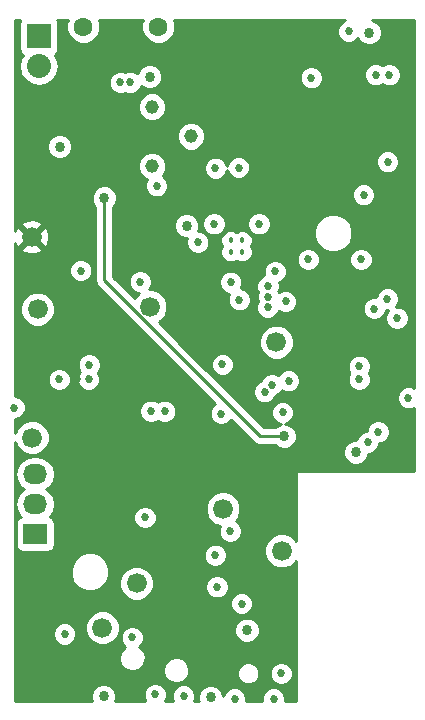
<source format=gbr>
G04 #@! TF.FileFunction,Copper,L3,Inr,Signal*
%FSLAX46Y46*%
G04 Gerber Fmt 4.6, Leading zero omitted, Abs format (unit mm)*
G04 Created by KiCad (PCBNEW 0.201602161416+6560~42~ubuntu15.10.1-product) date Wed 17 Feb 2016 02:58:19 PM EST*
%MOMM*%
G01*
G04 APERTURE LIST*
%ADD10C,0.100000*%
%ADD11R,2.032000X1.727200*%
%ADD12O,2.032000X1.727200*%
%ADD13C,1.680000*%
%ADD14C,1.150000*%
%ADD15R,2.032000X2.032000*%
%ADD16O,2.032000X2.032000*%
%ADD17C,1.600000*%
%ADD18C,0.457000*%
%ADD19C,0.863600*%
%ADD20C,0.685800*%
%ADD21C,0.254000*%
G04 APERTURE END LIST*
D10*
D11*
X126746000Y-133756400D03*
D12*
X126746000Y-131216400D03*
X126746000Y-128676400D03*
D13*
X147167600Y-117500400D03*
X126949200Y-114706400D03*
X142646400Y-131622800D03*
X135331200Y-137922000D03*
X132435600Y-141681200D03*
X147624800Y-135178800D03*
D14*
X139953000Y-100076000D03*
X136653000Y-102576000D03*
X136653000Y-97576000D03*
D15*
X127050800Y-91592400D03*
D16*
X127050800Y-94132400D03*
D17*
X137160000Y-90797000D03*
X130810000Y-90797000D03*
D13*
X126492000Y-125577600D03*
X136448800Y-114503200D03*
X126441200Y-108585000D03*
D18*
X144283400Y-109892800D03*
X143283400Y-109892800D03*
X144283400Y-108892800D03*
X143283400Y-108892800D03*
D19*
X139567000Y-107639200D03*
X136448800Y-95021400D03*
D20*
X148209000Y-120777000D03*
X155778200Y-125095000D03*
X154889200Y-125984000D03*
X134950200Y-142494000D03*
X130606800Y-111455200D03*
X142494000Y-123545600D03*
X142138400Y-138226800D03*
X131267200Y-120650000D03*
X137718800Y-123342400D03*
X124968000Y-123037600D03*
X128778000Y-120650000D03*
X136042400Y-132334000D03*
X139319000Y-147447000D03*
X136906000Y-147320000D03*
X146939000Y-147701000D03*
X143637000Y-147701000D03*
X147574000Y-145542000D03*
X135636000Y-112395000D03*
X146431000Y-114554000D03*
X129235200Y-142214600D03*
X142011400Y-102768400D03*
X143967200Y-102717600D03*
D19*
X153898600Y-126822200D03*
X141605000Y-147574000D03*
X128828800Y-100939600D03*
X144678400Y-141884400D03*
X132537200Y-147497800D03*
D20*
X137033000Y-104267000D03*
D19*
X155016200Y-91287600D03*
X132588000Y-105283000D03*
X147828000Y-125476000D03*
D20*
X144830800Y-131572000D03*
X129616200Y-115443000D03*
X138125200Y-115062000D03*
X130251200Y-120599200D03*
X132892800Y-133756400D03*
X137566400Y-132334000D03*
X145542000Y-111760000D03*
D19*
X140462000Y-144653000D03*
X147370800Y-143078200D03*
X152298400Y-95123000D03*
X146253200Y-123393200D03*
X129032000Y-140843000D03*
D20*
X144221200Y-139649200D03*
X142595600Y-119380000D03*
X136550400Y-123342400D03*
X131318000Y-119430800D03*
X143256000Y-133502400D03*
X141986000Y-135534400D03*
X134797800Y-95504000D03*
X146786335Y-121101162D03*
X133934200Y-95504000D03*
X146175679Y-121711818D03*
X145694400Y-107492800D03*
X150114000Y-95123000D03*
X143304518Y-112422682D03*
X153289000Y-91186000D03*
X144018000Y-113919000D03*
X155575000Y-94869000D03*
X156591000Y-102235000D03*
X156718000Y-94869000D03*
X147955000Y-114046000D03*
X154559000Y-105029000D03*
X146474272Y-113643272D03*
X140524520Y-109030673D03*
X141884400Y-107492800D03*
X146456400Y-112776000D03*
X154330400Y-110490000D03*
X149860000Y-110490000D03*
X147701000Y-123444000D03*
X147066000Y-111506000D03*
X158343600Y-122224800D03*
X155448000Y-114655600D03*
X157378400Y-115468400D03*
X154178000Y-119532400D03*
X154178000Y-120650000D03*
X156565600Y-113842800D03*
D21*
X147828000Y-125476000D02*
X145796000Y-125476000D01*
X145796000Y-125476000D02*
X132588000Y-112268000D01*
X132588000Y-112268000D02*
X132588000Y-111633000D01*
X132588000Y-111633000D02*
X132588000Y-105283000D01*
G36*
X125436643Y-90328635D02*
X125387360Y-90576400D01*
X125387360Y-92608400D01*
X125436643Y-92856165D01*
X125576991Y-93066209D01*
X125719672Y-93161546D01*
X125493130Y-93500590D01*
X125367455Y-94132400D01*
X125493130Y-94764210D01*
X125851022Y-95299833D01*
X126386645Y-95657725D01*
X127018455Y-95783400D01*
X127083145Y-95783400D01*
X127514173Y-95697663D01*
X132956131Y-95697663D01*
X133104693Y-96057212D01*
X133379541Y-96332540D01*
X133738830Y-96481730D01*
X134127863Y-96482069D01*
X134366142Y-96383615D01*
X134602430Y-96481730D01*
X134991463Y-96482069D01*
X135351012Y-96333507D01*
X135626340Y-96058659D01*
X135729317Y-95810662D01*
X135843717Y-95925262D01*
X136235669Y-96088015D01*
X136660069Y-96088385D01*
X137052304Y-95926316D01*
X137352662Y-95626483D01*
X137481310Y-95316663D01*
X149135931Y-95316663D01*
X149284493Y-95676212D01*
X149559341Y-95951540D01*
X149918630Y-96100730D01*
X150307663Y-96101069D01*
X150667212Y-95952507D01*
X150942540Y-95677659D01*
X151091730Y-95318370D01*
X151091952Y-95062663D01*
X154596931Y-95062663D01*
X154745493Y-95422212D01*
X155020341Y-95697540D01*
X155379630Y-95846730D01*
X155768663Y-95847069D01*
X156128212Y-95698507D01*
X156146291Y-95680460D01*
X156163341Y-95697540D01*
X156522630Y-95846730D01*
X156911663Y-95847069D01*
X157271212Y-95698507D01*
X157546540Y-95423659D01*
X157695730Y-95064370D01*
X157696069Y-94675337D01*
X157547507Y-94315788D01*
X157272659Y-94040460D01*
X156913370Y-93891270D01*
X156524337Y-93890931D01*
X156164788Y-94039493D01*
X156146709Y-94057540D01*
X156129659Y-94040460D01*
X155770370Y-93891270D01*
X155381337Y-93890931D01*
X155021788Y-94039493D01*
X154746460Y-94314341D01*
X154597270Y-94673630D01*
X154596931Y-95062663D01*
X151091952Y-95062663D01*
X151092069Y-94929337D01*
X150943507Y-94569788D01*
X150668659Y-94294460D01*
X150309370Y-94145270D01*
X149920337Y-94144931D01*
X149560788Y-94293493D01*
X149285460Y-94568341D01*
X149136270Y-94927630D01*
X149135931Y-95316663D01*
X137481310Y-95316663D01*
X137515415Y-95234531D01*
X137515785Y-94810131D01*
X137353716Y-94417896D01*
X137053883Y-94117538D01*
X136661931Y-93954785D01*
X136237531Y-93954415D01*
X135845296Y-94116484D01*
X135544938Y-94416317D01*
X135412399Y-94735505D01*
X135352459Y-94675460D01*
X134993170Y-94526270D01*
X134604137Y-94525931D01*
X134365858Y-94624385D01*
X134129570Y-94526270D01*
X133740537Y-94525931D01*
X133380988Y-94674493D01*
X133105660Y-94949341D01*
X132956470Y-95308630D01*
X132956131Y-95697663D01*
X127514173Y-95697663D01*
X127714955Y-95657725D01*
X128250578Y-95299833D01*
X128608470Y-94764210D01*
X128734145Y-94132400D01*
X128608470Y-93500590D01*
X128381928Y-93161546D01*
X128524609Y-93066209D01*
X128664957Y-92856165D01*
X128714240Y-92608400D01*
X128714240Y-90576400D01*
X128664957Y-90328635D01*
X128609073Y-90245000D01*
X129485416Y-90245000D01*
X129375250Y-90510309D01*
X129374752Y-91081187D01*
X129592757Y-91608800D01*
X129996077Y-92012824D01*
X130523309Y-92231750D01*
X131094187Y-92232248D01*
X131621800Y-92014243D01*
X132025824Y-91610923D01*
X132244750Y-91083691D01*
X132245248Y-90512813D01*
X132134590Y-90245000D01*
X135835416Y-90245000D01*
X135725250Y-90510309D01*
X135724752Y-91081187D01*
X135942757Y-91608800D01*
X136346077Y-92012824D01*
X136873309Y-92231750D01*
X137444187Y-92232248D01*
X137971800Y-92014243D01*
X138375824Y-91610923D01*
X138594750Y-91083691D01*
X138595248Y-90512813D01*
X138484590Y-90245000D01*
X153005623Y-90245000D01*
X152735788Y-90356493D01*
X152460460Y-90631341D01*
X152311270Y-90990630D01*
X152310931Y-91379663D01*
X152459493Y-91739212D01*
X152734341Y-92014540D01*
X153093630Y-92163730D01*
X153482663Y-92164069D01*
X153842212Y-92015507D01*
X154069101Y-91789014D01*
X154111284Y-91891104D01*
X154411117Y-92191462D01*
X154803069Y-92354215D01*
X155227469Y-92354585D01*
X155619704Y-92192516D01*
X155920062Y-91892683D01*
X156082815Y-91500731D01*
X156083185Y-91076331D01*
X155921116Y-90684096D01*
X155621283Y-90383738D01*
X155287165Y-90245000D01*
X158802000Y-90245000D01*
X158802000Y-121356290D01*
X158538970Y-121247070D01*
X158149937Y-121246731D01*
X157790388Y-121395293D01*
X157515060Y-121670141D01*
X157365870Y-122029430D01*
X157365531Y-122418463D01*
X157514093Y-122778012D01*
X157788941Y-123053340D01*
X158148230Y-123202530D01*
X158537263Y-123202869D01*
X158802000Y-123093482D01*
X158802000Y-128397000D01*
X148971000Y-128397000D01*
X148922399Y-128406667D01*
X148881197Y-128434197D01*
X148853667Y-128475399D01*
X148844000Y-128524000D01*
X148844000Y-134312342D01*
X148461411Y-133929085D01*
X147919483Y-133704057D01*
X147332692Y-133703544D01*
X146790371Y-133927627D01*
X146375085Y-134342189D01*
X146150057Y-134884117D01*
X146149544Y-135470908D01*
X146373627Y-136013229D01*
X146788189Y-136428515D01*
X147330117Y-136653543D01*
X147916908Y-136654056D01*
X148459229Y-136429973D01*
X148844000Y-136045873D01*
X148844000Y-147880000D01*
X147916744Y-147880000D01*
X147917069Y-147507337D01*
X147768507Y-147147788D01*
X147493659Y-146872460D01*
X147134370Y-146723270D01*
X146745337Y-146722931D01*
X146385788Y-146871493D01*
X146110460Y-147146341D01*
X145961270Y-147505630D01*
X145960944Y-147880000D01*
X144614744Y-147880000D01*
X144615069Y-147507337D01*
X144466507Y-147147788D01*
X144191659Y-146872460D01*
X143832370Y-146723270D01*
X143443337Y-146722931D01*
X143083788Y-146871493D01*
X142808460Y-147146341D01*
X142671887Y-147475245D01*
X142671985Y-147362731D01*
X142509916Y-146970496D01*
X142210083Y-146670138D01*
X141818131Y-146507385D01*
X141393731Y-146507015D01*
X141001496Y-146669084D01*
X140701138Y-146968917D01*
X140538385Y-147360869D01*
X140538015Y-147785269D01*
X140577157Y-147880000D01*
X140198057Y-147880000D01*
X140296730Y-147642370D01*
X140297069Y-147253337D01*
X140148507Y-146893788D01*
X139873659Y-146618460D01*
X139514370Y-146469270D01*
X139125337Y-146468931D01*
X138765788Y-146617493D01*
X138490460Y-146892341D01*
X138341270Y-147251630D01*
X138340931Y-147640663D01*
X138439823Y-147880000D01*
X137729190Y-147880000D01*
X137734540Y-147874659D01*
X137883730Y-147515370D01*
X137884069Y-147126337D01*
X137735507Y-146766788D01*
X137460659Y-146491460D01*
X137101370Y-146342270D01*
X136712337Y-146341931D01*
X136352788Y-146490493D01*
X136077460Y-146765341D01*
X135928270Y-147124630D01*
X135927931Y-147513663D01*
X136076493Y-147873212D01*
X136083269Y-147880000D01*
X133533611Y-147880000D01*
X133603815Y-147710931D01*
X133604185Y-147286531D01*
X133442116Y-146894296D01*
X133142283Y-146593938D01*
X132750331Y-146431185D01*
X132325931Y-146430815D01*
X131933696Y-146592884D01*
X131633338Y-146892717D01*
X131470585Y-147284669D01*
X131470215Y-147709069D01*
X131540843Y-147880000D01*
X125043000Y-147880000D01*
X125043000Y-145507824D01*
X137573808Y-145507824D01*
X137742439Y-145915943D01*
X138054415Y-146228463D01*
X138462239Y-146397807D01*
X138903824Y-146398192D01*
X139311943Y-146229561D01*
X139624463Y-145917585D01*
X139703120Y-145728157D01*
X143839837Y-145728157D01*
X143982642Y-146073772D01*
X144246837Y-146338429D01*
X144592202Y-146481837D01*
X144966157Y-146482163D01*
X145311772Y-146339358D01*
X145576429Y-146075163D01*
X145717401Y-145735663D01*
X146595931Y-145735663D01*
X146744493Y-146095212D01*
X147019341Y-146370540D01*
X147378630Y-146519730D01*
X147767663Y-146520069D01*
X148127212Y-146371507D01*
X148402540Y-146096659D01*
X148551730Y-145737370D01*
X148552069Y-145348337D01*
X148403507Y-144988788D01*
X148128659Y-144713460D01*
X147769370Y-144564270D01*
X147380337Y-144563931D01*
X147020788Y-144712493D01*
X146745460Y-144987341D01*
X146596270Y-145346630D01*
X146595931Y-145735663D01*
X145717401Y-145735663D01*
X145719837Y-145729798D01*
X145720163Y-145355843D01*
X145577358Y-145010228D01*
X145313163Y-144745571D01*
X144967798Y-144602163D01*
X144593843Y-144601837D01*
X144248228Y-144744642D01*
X143983571Y-145008837D01*
X143840163Y-145354202D01*
X143839837Y-145728157D01*
X139703120Y-145728157D01*
X139793807Y-145509761D01*
X139794192Y-145068176D01*
X139625561Y-144660057D01*
X139313585Y-144347537D01*
X138905761Y-144178193D01*
X138464176Y-144177808D01*
X138056057Y-144346439D01*
X137743537Y-144658415D01*
X137574193Y-145066239D01*
X137573808Y-145507824D01*
X125043000Y-145507824D01*
X125043000Y-144491824D01*
X133865808Y-144491824D01*
X134034439Y-144899943D01*
X134346415Y-145212463D01*
X134754239Y-145381807D01*
X135195824Y-145382192D01*
X135603943Y-145213561D01*
X135916463Y-144901585D01*
X136085807Y-144493761D01*
X136086192Y-144052176D01*
X135917561Y-143644057D01*
X135605585Y-143331537D01*
X135527746Y-143299215D01*
X135778740Y-143048659D01*
X135927930Y-142689370D01*
X135928269Y-142300337D01*
X135843703Y-142095669D01*
X143611415Y-142095669D01*
X143773484Y-142487904D01*
X144073317Y-142788262D01*
X144465269Y-142951015D01*
X144889669Y-142951385D01*
X145281904Y-142789316D01*
X145582262Y-142489483D01*
X145745015Y-142097531D01*
X145745385Y-141673131D01*
X145583316Y-141280896D01*
X145283483Y-140980538D01*
X144891531Y-140817785D01*
X144467131Y-140817415D01*
X144074896Y-140979484D01*
X143774538Y-141279317D01*
X143611785Y-141671269D01*
X143611415Y-142095669D01*
X135843703Y-142095669D01*
X135779707Y-141940788D01*
X135504859Y-141665460D01*
X135145570Y-141516270D01*
X134756537Y-141515931D01*
X134396988Y-141664493D01*
X134121660Y-141939341D01*
X133972470Y-142298630D01*
X133972131Y-142687663D01*
X134120693Y-143047212D01*
X134387257Y-143314242D01*
X134348057Y-143330439D01*
X134035537Y-143642415D01*
X133866193Y-144050239D01*
X133865808Y-144491824D01*
X125043000Y-144491824D01*
X125043000Y-142408263D01*
X128257131Y-142408263D01*
X128405693Y-142767812D01*
X128680541Y-143043140D01*
X129039830Y-143192330D01*
X129428863Y-143192669D01*
X129788412Y-143044107D01*
X130063740Y-142769259D01*
X130212930Y-142409970D01*
X130213269Y-142020937D01*
X130193590Y-141973308D01*
X130960344Y-141973308D01*
X131184427Y-142515629D01*
X131598989Y-142930915D01*
X132140917Y-143155943D01*
X132727708Y-143156456D01*
X133270029Y-142932373D01*
X133685315Y-142517811D01*
X133910343Y-141975883D01*
X133910856Y-141389092D01*
X133686773Y-140846771D01*
X133272211Y-140431485D01*
X132730283Y-140206457D01*
X132143492Y-140205944D01*
X131601171Y-140430027D01*
X131185885Y-140844589D01*
X130960857Y-141386517D01*
X130960344Y-141973308D01*
X130193590Y-141973308D01*
X130064707Y-141661388D01*
X129789859Y-141386060D01*
X129430570Y-141236870D01*
X129041537Y-141236531D01*
X128681988Y-141385093D01*
X128406660Y-141659941D01*
X128257470Y-142019230D01*
X128257131Y-142408263D01*
X125043000Y-142408263D01*
X125043000Y-139842863D01*
X143243131Y-139842863D01*
X143391693Y-140202412D01*
X143666541Y-140477740D01*
X144025830Y-140626930D01*
X144414863Y-140627269D01*
X144774412Y-140478707D01*
X145049740Y-140203859D01*
X145198930Y-139844570D01*
X145199269Y-139455537D01*
X145050707Y-139095988D01*
X144775859Y-138820660D01*
X144416570Y-138671470D01*
X144027537Y-138671131D01*
X143667988Y-138819693D01*
X143392660Y-139094541D01*
X143243470Y-139453830D01*
X143243131Y-139842863D01*
X125043000Y-139842863D01*
X125043000Y-137266795D01*
X129740716Y-137266795D01*
X129989106Y-137867943D01*
X130448637Y-138328278D01*
X131049352Y-138577716D01*
X131699795Y-138578284D01*
X132300943Y-138329894D01*
X132416931Y-138214108D01*
X133855944Y-138214108D01*
X134080027Y-138756429D01*
X134494589Y-139171715D01*
X135036517Y-139396743D01*
X135623308Y-139397256D01*
X136165629Y-139173173D01*
X136580915Y-138758611D01*
X136721326Y-138420463D01*
X141160331Y-138420463D01*
X141308893Y-138780012D01*
X141583741Y-139055340D01*
X141943030Y-139204530D01*
X142332063Y-139204869D01*
X142691612Y-139056307D01*
X142966940Y-138781459D01*
X143116130Y-138422170D01*
X143116469Y-138033137D01*
X142967907Y-137673588D01*
X142693059Y-137398260D01*
X142333770Y-137249070D01*
X141944737Y-137248731D01*
X141585188Y-137397293D01*
X141309860Y-137672141D01*
X141160670Y-138031430D01*
X141160331Y-138420463D01*
X136721326Y-138420463D01*
X136805943Y-138216683D01*
X136806456Y-137629892D01*
X136582373Y-137087571D01*
X136167811Y-136672285D01*
X135625883Y-136447257D01*
X135039092Y-136446744D01*
X134496771Y-136670827D01*
X134081485Y-137085389D01*
X133856457Y-137627317D01*
X133855944Y-138214108D01*
X132416931Y-138214108D01*
X132761278Y-137870363D01*
X133010716Y-137269648D01*
X133011284Y-136619205D01*
X132762894Y-136018057D01*
X132473407Y-135728063D01*
X141007931Y-135728063D01*
X141156493Y-136087612D01*
X141431341Y-136362940D01*
X141790630Y-136512130D01*
X142179663Y-136512469D01*
X142539212Y-136363907D01*
X142814540Y-136089059D01*
X142963730Y-135729770D01*
X142964069Y-135340737D01*
X142815507Y-134981188D01*
X142540659Y-134705860D01*
X142181370Y-134556670D01*
X141792337Y-134556331D01*
X141432788Y-134704893D01*
X141157460Y-134979741D01*
X141008270Y-135339030D01*
X141007931Y-135728063D01*
X132473407Y-135728063D01*
X132303363Y-135557722D01*
X131702648Y-135308284D01*
X131052205Y-135307716D01*
X130451057Y-135556106D01*
X129990722Y-136015637D01*
X129741284Y-136616352D01*
X129740716Y-137266795D01*
X125043000Y-137266795D01*
X125043000Y-128676400D01*
X125062655Y-128676400D01*
X125176729Y-129249889D01*
X125501585Y-129736070D01*
X125816366Y-129946400D01*
X125501585Y-130156730D01*
X125176729Y-130642911D01*
X125062655Y-131216400D01*
X125176729Y-131789889D01*
X125501585Y-132276070D01*
X125518566Y-132287416D01*
X125482235Y-132294643D01*
X125272191Y-132434991D01*
X125131843Y-132645035D01*
X125082560Y-132892800D01*
X125082560Y-134620000D01*
X125131843Y-134867765D01*
X125272191Y-135077809D01*
X125482235Y-135218157D01*
X125730000Y-135267440D01*
X127762000Y-135267440D01*
X128009765Y-135218157D01*
X128219809Y-135077809D01*
X128360157Y-134867765D01*
X128409440Y-134620000D01*
X128409440Y-132892800D01*
X128360157Y-132645035D01*
X128281731Y-132527663D01*
X135064331Y-132527663D01*
X135212893Y-132887212D01*
X135487741Y-133162540D01*
X135847030Y-133311730D01*
X136236063Y-133312069D01*
X136595612Y-133163507D01*
X136870940Y-132888659D01*
X137020130Y-132529370D01*
X137020469Y-132140337D01*
X136927325Y-131914908D01*
X141171144Y-131914908D01*
X141395227Y-132457229D01*
X141809789Y-132872515D01*
X142351717Y-133097543D01*
X142365252Y-133097555D01*
X142278270Y-133307030D01*
X142277931Y-133696063D01*
X142426493Y-134055612D01*
X142701341Y-134330940D01*
X143060630Y-134480130D01*
X143449663Y-134480469D01*
X143809212Y-134331907D01*
X144084540Y-134057059D01*
X144233730Y-133697770D01*
X144234069Y-133308737D01*
X144085507Y-132949188D01*
X143810659Y-132673860D01*
X143719295Y-132635922D01*
X143896115Y-132459411D01*
X144121143Y-131917483D01*
X144121656Y-131330692D01*
X143897573Y-130788371D01*
X143483011Y-130373085D01*
X142941083Y-130148057D01*
X142354292Y-130147544D01*
X141811971Y-130371627D01*
X141396685Y-130786189D01*
X141171657Y-131328117D01*
X141171144Y-131914908D01*
X136927325Y-131914908D01*
X136871907Y-131780788D01*
X136597059Y-131505460D01*
X136237770Y-131356270D01*
X135848737Y-131355931D01*
X135489188Y-131504493D01*
X135213860Y-131779341D01*
X135064670Y-132138630D01*
X135064331Y-132527663D01*
X128281731Y-132527663D01*
X128219809Y-132434991D01*
X128009765Y-132294643D01*
X127973434Y-132287416D01*
X127990415Y-132276070D01*
X128315271Y-131789889D01*
X128429345Y-131216400D01*
X128315271Y-130642911D01*
X127990415Y-130156730D01*
X127675634Y-129946400D01*
X127990415Y-129736070D01*
X128315271Y-129249889D01*
X128429345Y-128676400D01*
X128315271Y-128102911D01*
X127990415Y-127616730D01*
X127504234Y-127291874D01*
X126930745Y-127177800D01*
X126561255Y-127177800D01*
X125987766Y-127291874D01*
X125501585Y-127616730D01*
X125176729Y-128102911D01*
X125062655Y-128676400D01*
X125043000Y-128676400D01*
X125043000Y-125933252D01*
X125240827Y-126412029D01*
X125655389Y-126827315D01*
X126197317Y-127052343D01*
X126784108Y-127052856D01*
X126831028Y-127033469D01*
X152831615Y-127033469D01*
X152993684Y-127425704D01*
X153293517Y-127726062D01*
X153685469Y-127888815D01*
X154109869Y-127889185D01*
X154502104Y-127727116D01*
X154802462Y-127427283D01*
X154965215Y-127035331D01*
X154965279Y-126961967D01*
X155082863Y-126962069D01*
X155442412Y-126813507D01*
X155717740Y-126538659D01*
X155866930Y-126179370D01*
X155867023Y-126072978D01*
X155971863Y-126073069D01*
X156331412Y-125924507D01*
X156606740Y-125649659D01*
X156755930Y-125290370D01*
X156756269Y-124901337D01*
X156607707Y-124541788D01*
X156332859Y-124266460D01*
X155973570Y-124117270D01*
X155584537Y-124116931D01*
X155224988Y-124265493D01*
X154949660Y-124540341D01*
X154800470Y-124899630D01*
X154800377Y-125006022D01*
X154695537Y-125005931D01*
X154335988Y-125154493D01*
X154060660Y-125429341D01*
X153925259Y-125755422D01*
X153687331Y-125755215D01*
X153295096Y-125917284D01*
X152994738Y-126217117D01*
X152831985Y-126609069D01*
X152831615Y-127033469D01*
X126831028Y-127033469D01*
X127326429Y-126828773D01*
X127741715Y-126414211D01*
X127966743Y-125872283D01*
X127967256Y-125285492D01*
X127743173Y-124743171D01*
X127328611Y-124327885D01*
X126786683Y-124102857D01*
X126199892Y-124102344D01*
X125657571Y-124326427D01*
X125242285Y-124740989D01*
X125043000Y-125220921D01*
X125043000Y-124015566D01*
X125161663Y-124015669D01*
X125521212Y-123867107D01*
X125796540Y-123592259D01*
X125819874Y-123536063D01*
X135572331Y-123536063D01*
X135720893Y-123895612D01*
X135995741Y-124170940D01*
X136355030Y-124320130D01*
X136744063Y-124320469D01*
X137103612Y-124171907D01*
X137134413Y-124141160D01*
X137164141Y-124170940D01*
X137523430Y-124320130D01*
X137912463Y-124320469D01*
X138272012Y-124171907D01*
X138547340Y-123897059D01*
X138696530Y-123537770D01*
X138696869Y-123148737D01*
X138548307Y-122789188D01*
X138273459Y-122513860D01*
X137914170Y-122364670D01*
X137525137Y-122364331D01*
X137165588Y-122512893D01*
X137134787Y-122543640D01*
X137105059Y-122513860D01*
X136745770Y-122364670D01*
X136356737Y-122364331D01*
X135997188Y-122512893D01*
X135721860Y-122787741D01*
X135572670Y-123147030D01*
X135572331Y-123536063D01*
X125819874Y-123536063D01*
X125945730Y-123232970D01*
X125946069Y-122843937D01*
X125797507Y-122484388D01*
X125522659Y-122209060D01*
X125163370Y-122059870D01*
X125043000Y-122059765D01*
X125043000Y-120843663D01*
X127799931Y-120843663D01*
X127948493Y-121203212D01*
X128223341Y-121478540D01*
X128582630Y-121627730D01*
X128971663Y-121628069D01*
X129331212Y-121479507D01*
X129606540Y-121204659D01*
X129755730Y-120845370D01*
X129755731Y-120843663D01*
X130289131Y-120843663D01*
X130437693Y-121203212D01*
X130712541Y-121478540D01*
X131071830Y-121627730D01*
X131460863Y-121628069D01*
X131820412Y-121479507D01*
X132095740Y-121204659D01*
X132244930Y-120845370D01*
X132245269Y-120456337D01*
X132096707Y-120096788D01*
X132065916Y-120065943D01*
X132146540Y-119985459D01*
X132295730Y-119626170D01*
X132296069Y-119237137D01*
X132147507Y-118877588D01*
X131872659Y-118602260D01*
X131513370Y-118453070D01*
X131124337Y-118452731D01*
X130764788Y-118601293D01*
X130489460Y-118876141D01*
X130340270Y-119235430D01*
X130339931Y-119624463D01*
X130488493Y-119984012D01*
X130519284Y-120014857D01*
X130438660Y-120095341D01*
X130289470Y-120454630D01*
X130289131Y-120843663D01*
X129755731Y-120843663D01*
X129756069Y-120456337D01*
X129607507Y-120096788D01*
X129332659Y-119821460D01*
X128973370Y-119672270D01*
X128584337Y-119671931D01*
X128224788Y-119820493D01*
X127949460Y-120095341D01*
X127800270Y-120454630D01*
X127799931Y-120843663D01*
X125043000Y-120843663D01*
X125043000Y-114998508D01*
X125473944Y-114998508D01*
X125698027Y-115540829D01*
X126112589Y-115956115D01*
X126654517Y-116181143D01*
X127241308Y-116181656D01*
X127783629Y-115957573D01*
X128198915Y-115543011D01*
X128423943Y-115001083D01*
X128424456Y-114414292D01*
X128200373Y-113871971D01*
X127785811Y-113456685D01*
X127243883Y-113231657D01*
X126657092Y-113231144D01*
X126114771Y-113455227D01*
X125699485Y-113869789D01*
X125474457Y-114411717D01*
X125473944Y-114998508D01*
X125043000Y-114998508D01*
X125043000Y-111648863D01*
X129628731Y-111648863D01*
X129777293Y-112008412D01*
X130052141Y-112283740D01*
X130411430Y-112432930D01*
X130800463Y-112433269D01*
X131160012Y-112284707D01*
X131435340Y-112009859D01*
X131584530Y-111650570D01*
X131584869Y-111261537D01*
X131436307Y-110901988D01*
X131161459Y-110626660D01*
X130802170Y-110477470D01*
X130413137Y-110477131D01*
X130053588Y-110625693D01*
X129778260Y-110900541D01*
X129629070Y-111259830D01*
X129628731Y-111648863D01*
X125043000Y-111648863D01*
X125043000Y-109621716D01*
X125584089Y-109621716D01*
X125663134Y-109871980D01*
X126214867Y-110071768D01*
X126801057Y-110045208D01*
X127219266Y-109871980D01*
X127298311Y-109621716D01*
X126441200Y-108764605D01*
X125584089Y-109621716D01*
X125043000Y-109621716D01*
X125043000Y-109094557D01*
X125154220Y-109363066D01*
X125404484Y-109442111D01*
X126261595Y-108585000D01*
X126620805Y-108585000D01*
X127477916Y-109442111D01*
X127728180Y-109363066D01*
X127927968Y-108811333D01*
X127901408Y-108225143D01*
X127728180Y-107806934D01*
X127477916Y-107727889D01*
X126620805Y-108585000D01*
X126261595Y-108585000D01*
X125404484Y-107727889D01*
X125154220Y-107806934D01*
X125043000Y-108114078D01*
X125043000Y-107548284D01*
X125584089Y-107548284D01*
X126441200Y-108405395D01*
X127298311Y-107548284D01*
X127219266Y-107298020D01*
X126667533Y-107098232D01*
X126081343Y-107124792D01*
X125663134Y-107298020D01*
X125584089Y-107548284D01*
X125043000Y-107548284D01*
X125043000Y-105494269D01*
X131521015Y-105494269D01*
X131683084Y-105886504D01*
X131826000Y-106029670D01*
X131826000Y-112268000D01*
X131884004Y-112559605D01*
X131954563Y-112665203D01*
X132049185Y-112806815D01*
X141953295Y-122710925D01*
X141940788Y-122716093D01*
X141665460Y-122990941D01*
X141516270Y-123350230D01*
X141515931Y-123739263D01*
X141664493Y-124098812D01*
X141939341Y-124374140D01*
X142298630Y-124523330D01*
X142687663Y-124523669D01*
X143047212Y-124375107D01*
X143322540Y-124100259D01*
X143328434Y-124086065D01*
X145257185Y-126014816D01*
X145405377Y-126113834D01*
X145504395Y-126179996D01*
X145796000Y-126238000D01*
X147081303Y-126238000D01*
X147222917Y-126379862D01*
X147614869Y-126542615D01*
X148039269Y-126542985D01*
X148431504Y-126380916D01*
X148731862Y-126081083D01*
X148894615Y-125689131D01*
X148894985Y-125264731D01*
X148732916Y-124872496D01*
X148433083Y-124572138D01*
X148041131Y-124409385D01*
X147925605Y-124409284D01*
X148254212Y-124273507D01*
X148529540Y-123998659D01*
X148678730Y-123639370D01*
X148679069Y-123250337D01*
X148530507Y-122890788D01*
X148255659Y-122615460D01*
X147896370Y-122466270D01*
X147507337Y-122465931D01*
X147147788Y-122614493D01*
X146872460Y-122889341D01*
X146723270Y-123248630D01*
X146722931Y-123637663D01*
X146871493Y-123997212D01*
X147146341Y-124272540D01*
X147505630Y-124421730D01*
X147585789Y-124421800D01*
X147224496Y-124571084D01*
X147081330Y-124714000D01*
X146111631Y-124714000D01*
X143303112Y-121905481D01*
X145197610Y-121905481D01*
X145346172Y-122265030D01*
X145621020Y-122540358D01*
X145980309Y-122689548D01*
X146369342Y-122689887D01*
X146728891Y-122541325D01*
X147004219Y-122266477D01*
X147103089Y-122028371D01*
X147339547Y-121930669D01*
X147614875Y-121655821D01*
X147641214Y-121592390D01*
X147654341Y-121605540D01*
X148013630Y-121754730D01*
X148402663Y-121755069D01*
X148762212Y-121606507D01*
X149037540Y-121331659D01*
X149186730Y-120972370D01*
X149187069Y-120583337D01*
X149038507Y-120223788D01*
X148763659Y-119948460D01*
X148404370Y-119799270D01*
X148015337Y-119798931D01*
X147655788Y-119947493D01*
X147380460Y-120222341D01*
X147354121Y-120285772D01*
X147340994Y-120272622D01*
X146981705Y-120123432D01*
X146592672Y-120123093D01*
X146233123Y-120271655D01*
X145957795Y-120546503D01*
X145858925Y-120784609D01*
X145622467Y-120882311D01*
X145347139Y-121157159D01*
X145197949Y-121516448D01*
X145197610Y-121905481D01*
X143303112Y-121905481D01*
X140971294Y-119573663D01*
X141617531Y-119573663D01*
X141766093Y-119933212D01*
X142040941Y-120208540D01*
X142400230Y-120357730D01*
X142789263Y-120358069D01*
X143148812Y-120209507D01*
X143424140Y-119934659D01*
X143510756Y-119726063D01*
X153199931Y-119726063D01*
X153348493Y-120085612D01*
X153353840Y-120090968D01*
X153349460Y-120095341D01*
X153200270Y-120454630D01*
X153199931Y-120843663D01*
X153348493Y-121203212D01*
X153623341Y-121478540D01*
X153982630Y-121627730D01*
X154371663Y-121628069D01*
X154731212Y-121479507D01*
X155006540Y-121204659D01*
X155155730Y-120845370D01*
X155156069Y-120456337D01*
X155007507Y-120096788D01*
X155002160Y-120091432D01*
X155006540Y-120087059D01*
X155155730Y-119727770D01*
X155156069Y-119338737D01*
X155007507Y-118979188D01*
X154732659Y-118703860D01*
X154373370Y-118554670D01*
X153984337Y-118554331D01*
X153624788Y-118702893D01*
X153349460Y-118977741D01*
X153200270Y-119337030D01*
X153199931Y-119726063D01*
X143510756Y-119726063D01*
X143573330Y-119575370D01*
X143573669Y-119186337D01*
X143425107Y-118826788D01*
X143150259Y-118551460D01*
X142790970Y-118402270D01*
X142401937Y-118401931D01*
X142042388Y-118550493D01*
X141767060Y-118825341D01*
X141617870Y-119184630D01*
X141617531Y-119573663D01*
X140971294Y-119573663D01*
X139190139Y-117792508D01*
X145692344Y-117792508D01*
X145916427Y-118334829D01*
X146330989Y-118750115D01*
X146872917Y-118975143D01*
X147459708Y-118975656D01*
X148002029Y-118751573D01*
X148417315Y-118337011D01*
X148642343Y-117795083D01*
X148642856Y-117208292D01*
X148418773Y-116665971D01*
X148004211Y-116250685D01*
X147462283Y-116025657D01*
X146875492Y-116025144D01*
X146333171Y-116249227D01*
X145917885Y-116663789D01*
X145692857Y-117205717D01*
X145692344Y-117792508D01*
X139190139Y-117792508D01*
X137190371Y-115792741D01*
X137283229Y-115754373D01*
X137698515Y-115339811D01*
X137923543Y-114797883D01*
X137924056Y-114211092D01*
X137699973Y-113668771D01*
X137285411Y-113253485D01*
X136743483Y-113028457D01*
X136385918Y-113028144D01*
X136464540Y-112949659D01*
X136602944Y-112616345D01*
X142326449Y-112616345D01*
X142475011Y-112975894D01*
X142749859Y-113251222D01*
X143109148Y-113400412D01*
X143174458Y-113400469D01*
X143040270Y-113723630D01*
X143039931Y-114112663D01*
X143188493Y-114472212D01*
X143463341Y-114747540D01*
X143822630Y-114896730D01*
X144211663Y-114897069D01*
X144571212Y-114748507D01*
X144572057Y-114747663D01*
X145452931Y-114747663D01*
X145601493Y-115107212D01*
X145876341Y-115382540D01*
X146235630Y-115531730D01*
X146624663Y-115532069D01*
X146984212Y-115383507D01*
X147259540Y-115108659D01*
X147369559Y-114843704D01*
X147400341Y-114874540D01*
X147759630Y-115023730D01*
X148148663Y-115024069D01*
X148508212Y-114875507D01*
X148534501Y-114849263D01*
X154469931Y-114849263D01*
X154618493Y-115208812D01*
X154893341Y-115484140D01*
X155252630Y-115633330D01*
X155641663Y-115633669D01*
X156001212Y-115485107D01*
X156276540Y-115210259D01*
X156425730Y-114850970D01*
X156425756Y-114820578D01*
X156642996Y-114820768D01*
X156549860Y-114913741D01*
X156400670Y-115273030D01*
X156400331Y-115662063D01*
X156548893Y-116021612D01*
X156823741Y-116296940D01*
X157183030Y-116446130D01*
X157572063Y-116446469D01*
X157931612Y-116297907D01*
X158206940Y-116023059D01*
X158356130Y-115663770D01*
X158356469Y-115274737D01*
X158207907Y-114915188D01*
X157933059Y-114639860D01*
X157573770Y-114490670D01*
X157301004Y-114490432D01*
X157394140Y-114397459D01*
X157543330Y-114038170D01*
X157543669Y-113649137D01*
X157395107Y-113289588D01*
X157120259Y-113014260D01*
X156760970Y-112865070D01*
X156371937Y-112864731D01*
X156012388Y-113013293D01*
X155737060Y-113288141D01*
X155587870Y-113647430D01*
X155587844Y-113677822D01*
X155254337Y-113677531D01*
X154894788Y-113826093D01*
X154619460Y-114100941D01*
X154470270Y-114460230D01*
X154469931Y-114849263D01*
X148534501Y-114849263D01*
X148783540Y-114600659D01*
X148932730Y-114241370D01*
X148933069Y-113852337D01*
X148784507Y-113492788D01*
X148509659Y-113217460D01*
X148150370Y-113068270D01*
X147761337Y-113067931D01*
X147401788Y-113216493D01*
X147369385Y-113248839D01*
X147344212Y-113187916D01*
X147434130Y-112971370D01*
X147434469Y-112582337D01*
X147374295Y-112436704D01*
X147619212Y-112335507D01*
X147894540Y-112060659D01*
X148043730Y-111701370D01*
X148044069Y-111312337D01*
X147895507Y-110952788D01*
X147626852Y-110683663D01*
X148881931Y-110683663D01*
X149030493Y-111043212D01*
X149305341Y-111318540D01*
X149664630Y-111467730D01*
X150053663Y-111468069D01*
X150413212Y-111319507D01*
X150688540Y-111044659D01*
X150837730Y-110685370D01*
X150837731Y-110683663D01*
X153352331Y-110683663D01*
X153500893Y-111043212D01*
X153775741Y-111318540D01*
X154135030Y-111467730D01*
X154524063Y-111468069D01*
X154883612Y-111319507D01*
X155158940Y-111044659D01*
X155308130Y-110685370D01*
X155308469Y-110296337D01*
X155159907Y-109936788D01*
X154885059Y-109661460D01*
X154525770Y-109512270D01*
X154136737Y-109511931D01*
X153777188Y-109660493D01*
X153501860Y-109935341D01*
X153352670Y-110294630D01*
X153352331Y-110683663D01*
X150837731Y-110683663D01*
X150838069Y-110296337D01*
X150689507Y-109936788D01*
X150414659Y-109661460D01*
X150055370Y-109512270D01*
X149666337Y-109511931D01*
X149306788Y-109660493D01*
X149031460Y-109935341D01*
X148882270Y-110294630D01*
X148881931Y-110683663D01*
X147626852Y-110683663D01*
X147620659Y-110677460D01*
X147261370Y-110528270D01*
X146872337Y-110527931D01*
X146512788Y-110676493D01*
X146237460Y-110951341D01*
X146088270Y-111310630D01*
X146087931Y-111699663D01*
X146148105Y-111845296D01*
X145903188Y-111946493D01*
X145627860Y-112221341D01*
X145478670Y-112580630D01*
X145478331Y-112969663D01*
X145586460Y-113231356D01*
X145496542Y-113447902D01*
X145496203Y-113836935D01*
X145582835Y-114046602D01*
X145453270Y-114358630D01*
X145452931Y-114747663D01*
X144572057Y-114747663D01*
X144846540Y-114473659D01*
X144995730Y-114114370D01*
X144996069Y-113725337D01*
X144847507Y-113365788D01*
X144572659Y-113090460D01*
X144213370Y-112941270D01*
X144148060Y-112941213D01*
X144282248Y-112618052D01*
X144282587Y-112229019D01*
X144134025Y-111869470D01*
X143859177Y-111594142D01*
X143499888Y-111444952D01*
X143110855Y-111444613D01*
X142751306Y-111593175D01*
X142475978Y-111868023D01*
X142326788Y-112227312D01*
X142326449Y-112616345D01*
X136602944Y-112616345D01*
X136613730Y-112590370D01*
X136614069Y-112201337D01*
X136465507Y-111841788D01*
X136190659Y-111566460D01*
X135831370Y-111417270D01*
X135442337Y-111416931D01*
X135082788Y-111565493D01*
X134807460Y-111840341D01*
X134658270Y-112199630D01*
X134657931Y-112588663D01*
X134806493Y-112948212D01*
X135081341Y-113223540D01*
X135440630Y-113372730D01*
X135493411Y-113372776D01*
X135199085Y-113666589D01*
X135159515Y-113761885D01*
X133350000Y-111952370D01*
X133350000Y-107850469D01*
X138500015Y-107850469D01*
X138662084Y-108242704D01*
X138961917Y-108543062D01*
X139353869Y-108705815D01*
X139600469Y-108706030D01*
X139546790Y-108835303D01*
X139546451Y-109224336D01*
X139695013Y-109583885D01*
X139969861Y-109859213D01*
X140329150Y-110008403D01*
X140718183Y-110008742D01*
X141077732Y-109860180D01*
X141353060Y-109585332D01*
X141502250Y-109226043D01*
X141502391Y-109063807D01*
X142419750Y-109063807D01*
X142550933Y-109381294D01*
X142562226Y-109392607D01*
X142551787Y-109403028D01*
X142420050Y-109720286D01*
X142419750Y-110063807D01*
X142550933Y-110381294D01*
X142793628Y-110624413D01*
X143110886Y-110756150D01*
X143454407Y-110756450D01*
X143771894Y-110625267D01*
X143783207Y-110613974D01*
X143793628Y-110624413D01*
X144110886Y-110756150D01*
X144454407Y-110756450D01*
X144771894Y-110625267D01*
X145015013Y-110382572D01*
X145146750Y-110065314D01*
X145147050Y-109721793D01*
X145015867Y-109404306D01*
X145004574Y-109392993D01*
X145015013Y-109382572D01*
X145146750Y-109065314D01*
X145147050Y-108721793D01*
X145087139Y-108576795D01*
X150340716Y-108576795D01*
X150589106Y-109177943D01*
X151048637Y-109638278D01*
X151649352Y-109887716D01*
X152299795Y-109888284D01*
X152900943Y-109639894D01*
X153361278Y-109180363D01*
X153610716Y-108579648D01*
X153611284Y-107929205D01*
X153362894Y-107328057D01*
X152903363Y-106867722D01*
X152302648Y-106618284D01*
X151652205Y-106617716D01*
X151051057Y-106866106D01*
X150590722Y-107325637D01*
X150341284Y-107926352D01*
X150340716Y-108576795D01*
X145087139Y-108576795D01*
X145015867Y-108404306D01*
X144773172Y-108161187D01*
X144455914Y-108029450D01*
X144112393Y-108029150D01*
X143794906Y-108160333D01*
X143783593Y-108171626D01*
X143773172Y-108161187D01*
X143455914Y-108029450D01*
X143112393Y-108029150D01*
X142794906Y-108160333D01*
X142551787Y-108403028D01*
X142420050Y-108720286D01*
X142419750Y-109063807D01*
X141502391Y-109063807D01*
X141502589Y-108837010D01*
X141354027Y-108477461D01*
X141079179Y-108202133D01*
X140719890Y-108052943D01*
X140550375Y-108052795D01*
X140633615Y-107852331D01*
X140633759Y-107686463D01*
X140906331Y-107686463D01*
X141054893Y-108046012D01*
X141329741Y-108321340D01*
X141689030Y-108470530D01*
X142078063Y-108470869D01*
X142437612Y-108322307D01*
X142712940Y-108047459D01*
X142862130Y-107688170D01*
X142862131Y-107686463D01*
X144716331Y-107686463D01*
X144864893Y-108046012D01*
X145139741Y-108321340D01*
X145499030Y-108470530D01*
X145888063Y-108470869D01*
X146247612Y-108322307D01*
X146522940Y-108047459D01*
X146672130Y-107688170D01*
X146672469Y-107299137D01*
X146523907Y-106939588D01*
X146249059Y-106664260D01*
X145889770Y-106515070D01*
X145500737Y-106514731D01*
X145141188Y-106663293D01*
X144865860Y-106938141D01*
X144716670Y-107297430D01*
X144716331Y-107686463D01*
X142862131Y-107686463D01*
X142862469Y-107299137D01*
X142713907Y-106939588D01*
X142439059Y-106664260D01*
X142079770Y-106515070D01*
X141690737Y-106514731D01*
X141331188Y-106663293D01*
X141055860Y-106938141D01*
X140906670Y-107297430D01*
X140906331Y-107686463D01*
X140633759Y-107686463D01*
X140633985Y-107427931D01*
X140471916Y-107035696D01*
X140172083Y-106735338D01*
X139780131Y-106572585D01*
X139355731Y-106572215D01*
X138963496Y-106734284D01*
X138663138Y-107034117D01*
X138500385Y-107426069D01*
X138500015Y-107850469D01*
X133350000Y-107850469D01*
X133350000Y-106029697D01*
X133491862Y-105888083D01*
X133654615Y-105496131D01*
X133654985Y-105071731D01*
X133492916Y-104679496D01*
X133193083Y-104379138D01*
X132801131Y-104216385D01*
X132376731Y-104216015D01*
X131984496Y-104378084D01*
X131684138Y-104677917D01*
X131521385Y-105069869D01*
X131521015Y-105494269D01*
X125043000Y-105494269D01*
X125043000Y-102815628D01*
X135442791Y-102815628D01*
X135626614Y-103260514D01*
X135966695Y-103601190D01*
X136213249Y-103703568D01*
X136204460Y-103712341D01*
X136055270Y-104071630D01*
X136054931Y-104460663D01*
X136203493Y-104820212D01*
X136478341Y-105095540D01*
X136837630Y-105244730D01*
X137226663Y-105245069D01*
X137280889Y-105222663D01*
X153580931Y-105222663D01*
X153729493Y-105582212D01*
X154004341Y-105857540D01*
X154363630Y-106006730D01*
X154752663Y-106007069D01*
X155112212Y-105858507D01*
X155387540Y-105583659D01*
X155536730Y-105224370D01*
X155537069Y-104835337D01*
X155388507Y-104475788D01*
X155113659Y-104200460D01*
X154754370Y-104051270D01*
X154365337Y-104050931D01*
X154005788Y-104199493D01*
X153730460Y-104474341D01*
X153581270Y-104833630D01*
X153580931Y-105222663D01*
X137280889Y-105222663D01*
X137586212Y-105096507D01*
X137861540Y-104821659D01*
X138010730Y-104462370D01*
X138011069Y-104073337D01*
X137862507Y-103713788D01*
X137587659Y-103438460D01*
X137526971Y-103413260D01*
X137678190Y-103262305D01*
X137802861Y-102962063D01*
X141033331Y-102962063D01*
X141181893Y-103321612D01*
X141456741Y-103596940D01*
X141816030Y-103746130D01*
X142205063Y-103746469D01*
X142564612Y-103597907D01*
X142839940Y-103323059D01*
X142989130Y-102963770D01*
X142989176Y-102911371D01*
X143137693Y-103270812D01*
X143412541Y-103546140D01*
X143771830Y-103695330D01*
X144160863Y-103695669D01*
X144520412Y-103547107D01*
X144795740Y-103272259D01*
X144944930Y-102912970D01*
X144945269Y-102523937D01*
X144905903Y-102428663D01*
X155612931Y-102428663D01*
X155761493Y-102788212D01*
X156036341Y-103063540D01*
X156395630Y-103212730D01*
X156784663Y-103213069D01*
X157144212Y-103064507D01*
X157419540Y-102789659D01*
X157568730Y-102430370D01*
X157569069Y-102041337D01*
X157420507Y-101681788D01*
X157145659Y-101406460D01*
X156786370Y-101257270D01*
X156397337Y-101256931D01*
X156037788Y-101405493D01*
X155762460Y-101680341D01*
X155613270Y-102039630D01*
X155612931Y-102428663D01*
X144905903Y-102428663D01*
X144796707Y-102164388D01*
X144521859Y-101889060D01*
X144162570Y-101739870D01*
X143773537Y-101739531D01*
X143413988Y-101888093D01*
X143138660Y-102162941D01*
X142989470Y-102522230D01*
X142989424Y-102574629D01*
X142840907Y-102215188D01*
X142566059Y-101939860D01*
X142206770Y-101790670D01*
X141817737Y-101790331D01*
X141458188Y-101938893D01*
X141182860Y-102213741D01*
X141033670Y-102573030D01*
X141033331Y-102962063D01*
X137802861Y-102962063D01*
X137862789Y-102817740D01*
X137863209Y-102336372D01*
X137679386Y-101891486D01*
X137339305Y-101550810D01*
X136894740Y-101366211D01*
X136413372Y-101365791D01*
X135968486Y-101549614D01*
X135627810Y-101889695D01*
X135443211Y-102334260D01*
X135442791Y-102815628D01*
X125043000Y-102815628D01*
X125043000Y-101150869D01*
X127761815Y-101150869D01*
X127923884Y-101543104D01*
X128223717Y-101843462D01*
X128615669Y-102006215D01*
X129040069Y-102006585D01*
X129432304Y-101844516D01*
X129732662Y-101544683D01*
X129895415Y-101152731D01*
X129895785Y-100728331D01*
X129733716Y-100336096D01*
X129713284Y-100315628D01*
X138742791Y-100315628D01*
X138926614Y-100760514D01*
X139266695Y-101101190D01*
X139711260Y-101285789D01*
X140192628Y-101286209D01*
X140637514Y-101102386D01*
X140978190Y-100762305D01*
X141162789Y-100317740D01*
X141163209Y-99836372D01*
X140979386Y-99391486D01*
X140639305Y-99050810D01*
X140194740Y-98866211D01*
X139713372Y-98865791D01*
X139268486Y-99049614D01*
X138927810Y-99389695D01*
X138743211Y-99834260D01*
X138742791Y-100315628D01*
X129713284Y-100315628D01*
X129433883Y-100035738D01*
X129041931Y-99872985D01*
X128617531Y-99872615D01*
X128225296Y-100034684D01*
X127924938Y-100334517D01*
X127762185Y-100726469D01*
X127761815Y-101150869D01*
X125043000Y-101150869D01*
X125043000Y-97815628D01*
X135442791Y-97815628D01*
X135626614Y-98260514D01*
X135966695Y-98601190D01*
X136411260Y-98785789D01*
X136892628Y-98786209D01*
X137337514Y-98602386D01*
X137678190Y-98262305D01*
X137862789Y-97817740D01*
X137863209Y-97336372D01*
X137679386Y-96891486D01*
X137339305Y-96550810D01*
X136894740Y-96366211D01*
X136413372Y-96365791D01*
X135968486Y-96549614D01*
X135627810Y-96889695D01*
X135443211Y-97334260D01*
X135442791Y-97815628D01*
X125043000Y-97815628D01*
X125043000Y-90245000D01*
X125492527Y-90245000D01*
X125436643Y-90328635D01*
X125436643Y-90328635D01*
G37*
X125436643Y-90328635D02*
X125387360Y-90576400D01*
X125387360Y-92608400D01*
X125436643Y-92856165D01*
X125576991Y-93066209D01*
X125719672Y-93161546D01*
X125493130Y-93500590D01*
X125367455Y-94132400D01*
X125493130Y-94764210D01*
X125851022Y-95299833D01*
X126386645Y-95657725D01*
X127018455Y-95783400D01*
X127083145Y-95783400D01*
X127514173Y-95697663D01*
X132956131Y-95697663D01*
X133104693Y-96057212D01*
X133379541Y-96332540D01*
X133738830Y-96481730D01*
X134127863Y-96482069D01*
X134366142Y-96383615D01*
X134602430Y-96481730D01*
X134991463Y-96482069D01*
X135351012Y-96333507D01*
X135626340Y-96058659D01*
X135729317Y-95810662D01*
X135843717Y-95925262D01*
X136235669Y-96088015D01*
X136660069Y-96088385D01*
X137052304Y-95926316D01*
X137352662Y-95626483D01*
X137481310Y-95316663D01*
X149135931Y-95316663D01*
X149284493Y-95676212D01*
X149559341Y-95951540D01*
X149918630Y-96100730D01*
X150307663Y-96101069D01*
X150667212Y-95952507D01*
X150942540Y-95677659D01*
X151091730Y-95318370D01*
X151091952Y-95062663D01*
X154596931Y-95062663D01*
X154745493Y-95422212D01*
X155020341Y-95697540D01*
X155379630Y-95846730D01*
X155768663Y-95847069D01*
X156128212Y-95698507D01*
X156146291Y-95680460D01*
X156163341Y-95697540D01*
X156522630Y-95846730D01*
X156911663Y-95847069D01*
X157271212Y-95698507D01*
X157546540Y-95423659D01*
X157695730Y-95064370D01*
X157696069Y-94675337D01*
X157547507Y-94315788D01*
X157272659Y-94040460D01*
X156913370Y-93891270D01*
X156524337Y-93890931D01*
X156164788Y-94039493D01*
X156146709Y-94057540D01*
X156129659Y-94040460D01*
X155770370Y-93891270D01*
X155381337Y-93890931D01*
X155021788Y-94039493D01*
X154746460Y-94314341D01*
X154597270Y-94673630D01*
X154596931Y-95062663D01*
X151091952Y-95062663D01*
X151092069Y-94929337D01*
X150943507Y-94569788D01*
X150668659Y-94294460D01*
X150309370Y-94145270D01*
X149920337Y-94144931D01*
X149560788Y-94293493D01*
X149285460Y-94568341D01*
X149136270Y-94927630D01*
X149135931Y-95316663D01*
X137481310Y-95316663D01*
X137515415Y-95234531D01*
X137515785Y-94810131D01*
X137353716Y-94417896D01*
X137053883Y-94117538D01*
X136661931Y-93954785D01*
X136237531Y-93954415D01*
X135845296Y-94116484D01*
X135544938Y-94416317D01*
X135412399Y-94735505D01*
X135352459Y-94675460D01*
X134993170Y-94526270D01*
X134604137Y-94525931D01*
X134365858Y-94624385D01*
X134129570Y-94526270D01*
X133740537Y-94525931D01*
X133380988Y-94674493D01*
X133105660Y-94949341D01*
X132956470Y-95308630D01*
X132956131Y-95697663D01*
X127514173Y-95697663D01*
X127714955Y-95657725D01*
X128250578Y-95299833D01*
X128608470Y-94764210D01*
X128734145Y-94132400D01*
X128608470Y-93500590D01*
X128381928Y-93161546D01*
X128524609Y-93066209D01*
X128664957Y-92856165D01*
X128714240Y-92608400D01*
X128714240Y-90576400D01*
X128664957Y-90328635D01*
X128609073Y-90245000D01*
X129485416Y-90245000D01*
X129375250Y-90510309D01*
X129374752Y-91081187D01*
X129592757Y-91608800D01*
X129996077Y-92012824D01*
X130523309Y-92231750D01*
X131094187Y-92232248D01*
X131621800Y-92014243D01*
X132025824Y-91610923D01*
X132244750Y-91083691D01*
X132245248Y-90512813D01*
X132134590Y-90245000D01*
X135835416Y-90245000D01*
X135725250Y-90510309D01*
X135724752Y-91081187D01*
X135942757Y-91608800D01*
X136346077Y-92012824D01*
X136873309Y-92231750D01*
X137444187Y-92232248D01*
X137971800Y-92014243D01*
X138375824Y-91610923D01*
X138594750Y-91083691D01*
X138595248Y-90512813D01*
X138484590Y-90245000D01*
X153005623Y-90245000D01*
X152735788Y-90356493D01*
X152460460Y-90631341D01*
X152311270Y-90990630D01*
X152310931Y-91379663D01*
X152459493Y-91739212D01*
X152734341Y-92014540D01*
X153093630Y-92163730D01*
X153482663Y-92164069D01*
X153842212Y-92015507D01*
X154069101Y-91789014D01*
X154111284Y-91891104D01*
X154411117Y-92191462D01*
X154803069Y-92354215D01*
X155227469Y-92354585D01*
X155619704Y-92192516D01*
X155920062Y-91892683D01*
X156082815Y-91500731D01*
X156083185Y-91076331D01*
X155921116Y-90684096D01*
X155621283Y-90383738D01*
X155287165Y-90245000D01*
X158802000Y-90245000D01*
X158802000Y-121356290D01*
X158538970Y-121247070D01*
X158149937Y-121246731D01*
X157790388Y-121395293D01*
X157515060Y-121670141D01*
X157365870Y-122029430D01*
X157365531Y-122418463D01*
X157514093Y-122778012D01*
X157788941Y-123053340D01*
X158148230Y-123202530D01*
X158537263Y-123202869D01*
X158802000Y-123093482D01*
X158802000Y-128397000D01*
X148971000Y-128397000D01*
X148922399Y-128406667D01*
X148881197Y-128434197D01*
X148853667Y-128475399D01*
X148844000Y-128524000D01*
X148844000Y-134312342D01*
X148461411Y-133929085D01*
X147919483Y-133704057D01*
X147332692Y-133703544D01*
X146790371Y-133927627D01*
X146375085Y-134342189D01*
X146150057Y-134884117D01*
X146149544Y-135470908D01*
X146373627Y-136013229D01*
X146788189Y-136428515D01*
X147330117Y-136653543D01*
X147916908Y-136654056D01*
X148459229Y-136429973D01*
X148844000Y-136045873D01*
X148844000Y-147880000D01*
X147916744Y-147880000D01*
X147917069Y-147507337D01*
X147768507Y-147147788D01*
X147493659Y-146872460D01*
X147134370Y-146723270D01*
X146745337Y-146722931D01*
X146385788Y-146871493D01*
X146110460Y-147146341D01*
X145961270Y-147505630D01*
X145960944Y-147880000D01*
X144614744Y-147880000D01*
X144615069Y-147507337D01*
X144466507Y-147147788D01*
X144191659Y-146872460D01*
X143832370Y-146723270D01*
X143443337Y-146722931D01*
X143083788Y-146871493D01*
X142808460Y-147146341D01*
X142671887Y-147475245D01*
X142671985Y-147362731D01*
X142509916Y-146970496D01*
X142210083Y-146670138D01*
X141818131Y-146507385D01*
X141393731Y-146507015D01*
X141001496Y-146669084D01*
X140701138Y-146968917D01*
X140538385Y-147360869D01*
X140538015Y-147785269D01*
X140577157Y-147880000D01*
X140198057Y-147880000D01*
X140296730Y-147642370D01*
X140297069Y-147253337D01*
X140148507Y-146893788D01*
X139873659Y-146618460D01*
X139514370Y-146469270D01*
X139125337Y-146468931D01*
X138765788Y-146617493D01*
X138490460Y-146892341D01*
X138341270Y-147251630D01*
X138340931Y-147640663D01*
X138439823Y-147880000D01*
X137729190Y-147880000D01*
X137734540Y-147874659D01*
X137883730Y-147515370D01*
X137884069Y-147126337D01*
X137735507Y-146766788D01*
X137460659Y-146491460D01*
X137101370Y-146342270D01*
X136712337Y-146341931D01*
X136352788Y-146490493D01*
X136077460Y-146765341D01*
X135928270Y-147124630D01*
X135927931Y-147513663D01*
X136076493Y-147873212D01*
X136083269Y-147880000D01*
X133533611Y-147880000D01*
X133603815Y-147710931D01*
X133604185Y-147286531D01*
X133442116Y-146894296D01*
X133142283Y-146593938D01*
X132750331Y-146431185D01*
X132325931Y-146430815D01*
X131933696Y-146592884D01*
X131633338Y-146892717D01*
X131470585Y-147284669D01*
X131470215Y-147709069D01*
X131540843Y-147880000D01*
X125043000Y-147880000D01*
X125043000Y-145507824D01*
X137573808Y-145507824D01*
X137742439Y-145915943D01*
X138054415Y-146228463D01*
X138462239Y-146397807D01*
X138903824Y-146398192D01*
X139311943Y-146229561D01*
X139624463Y-145917585D01*
X139703120Y-145728157D01*
X143839837Y-145728157D01*
X143982642Y-146073772D01*
X144246837Y-146338429D01*
X144592202Y-146481837D01*
X144966157Y-146482163D01*
X145311772Y-146339358D01*
X145576429Y-146075163D01*
X145717401Y-145735663D01*
X146595931Y-145735663D01*
X146744493Y-146095212D01*
X147019341Y-146370540D01*
X147378630Y-146519730D01*
X147767663Y-146520069D01*
X148127212Y-146371507D01*
X148402540Y-146096659D01*
X148551730Y-145737370D01*
X148552069Y-145348337D01*
X148403507Y-144988788D01*
X148128659Y-144713460D01*
X147769370Y-144564270D01*
X147380337Y-144563931D01*
X147020788Y-144712493D01*
X146745460Y-144987341D01*
X146596270Y-145346630D01*
X146595931Y-145735663D01*
X145717401Y-145735663D01*
X145719837Y-145729798D01*
X145720163Y-145355843D01*
X145577358Y-145010228D01*
X145313163Y-144745571D01*
X144967798Y-144602163D01*
X144593843Y-144601837D01*
X144248228Y-144744642D01*
X143983571Y-145008837D01*
X143840163Y-145354202D01*
X143839837Y-145728157D01*
X139703120Y-145728157D01*
X139793807Y-145509761D01*
X139794192Y-145068176D01*
X139625561Y-144660057D01*
X139313585Y-144347537D01*
X138905761Y-144178193D01*
X138464176Y-144177808D01*
X138056057Y-144346439D01*
X137743537Y-144658415D01*
X137574193Y-145066239D01*
X137573808Y-145507824D01*
X125043000Y-145507824D01*
X125043000Y-144491824D01*
X133865808Y-144491824D01*
X134034439Y-144899943D01*
X134346415Y-145212463D01*
X134754239Y-145381807D01*
X135195824Y-145382192D01*
X135603943Y-145213561D01*
X135916463Y-144901585D01*
X136085807Y-144493761D01*
X136086192Y-144052176D01*
X135917561Y-143644057D01*
X135605585Y-143331537D01*
X135527746Y-143299215D01*
X135778740Y-143048659D01*
X135927930Y-142689370D01*
X135928269Y-142300337D01*
X135843703Y-142095669D01*
X143611415Y-142095669D01*
X143773484Y-142487904D01*
X144073317Y-142788262D01*
X144465269Y-142951015D01*
X144889669Y-142951385D01*
X145281904Y-142789316D01*
X145582262Y-142489483D01*
X145745015Y-142097531D01*
X145745385Y-141673131D01*
X145583316Y-141280896D01*
X145283483Y-140980538D01*
X144891531Y-140817785D01*
X144467131Y-140817415D01*
X144074896Y-140979484D01*
X143774538Y-141279317D01*
X143611785Y-141671269D01*
X143611415Y-142095669D01*
X135843703Y-142095669D01*
X135779707Y-141940788D01*
X135504859Y-141665460D01*
X135145570Y-141516270D01*
X134756537Y-141515931D01*
X134396988Y-141664493D01*
X134121660Y-141939341D01*
X133972470Y-142298630D01*
X133972131Y-142687663D01*
X134120693Y-143047212D01*
X134387257Y-143314242D01*
X134348057Y-143330439D01*
X134035537Y-143642415D01*
X133866193Y-144050239D01*
X133865808Y-144491824D01*
X125043000Y-144491824D01*
X125043000Y-142408263D01*
X128257131Y-142408263D01*
X128405693Y-142767812D01*
X128680541Y-143043140D01*
X129039830Y-143192330D01*
X129428863Y-143192669D01*
X129788412Y-143044107D01*
X130063740Y-142769259D01*
X130212930Y-142409970D01*
X130213269Y-142020937D01*
X130193590Y-141973308D01*
X130960344Y-141973308D01*
X131184427Y-142515629D01*
X131598989Y-142930915D01*
X132140917Y-143155943D01*
X132727708Y-143156456D01*
X133270029Y-142932373D01*
X133685315Y-142517811D01*
X133910343Y-141975883D01*
X133910856Y-141389092D01*
X133686773Y-140846771D01*
X133272211Y-140431485D01*
X132730283Y-140206457D01*
X132143492Y-140205944D01*
X131601171Y-140430027D01*
X131185885Y-140844589D01*
X130960857Y-141386517D01*
X130960344Y-141973308D01*
X130193590Y-141973308D01*
X130064707Y-141661388D01*
X129789859Y-141386060D01*
X129430570Y-141236870D01*
X129041537Y-141236531D01*
X128681988Y-141385093D01*
X128406660Y-141659941D01*
X128257470Y-142019230D01*
X128257131Y-142408263D01*
X125043000Y-142408263D01*
X125043000Y-139842863D01*
X143243131Y-139842863D01*
X143391693Y-140202412D01*
X143666541Y-140477740D01*
X144025830Y-140626930D01*
X144414863Y-140627269D01*
X144774412Y-140478707D01*
X145049740Y-140203859D01*
X145198930Y-139844570D01*
X145199269Y-139455537D01*
X145050707Y-139095988D01*
X144775859Y-138820660D01*
X144416570Y-138671470D01*
X144027537Y-138671131D01*
X143667988Y-138819693D01*
X143392660Y-139094541D01*
X143243470Y-139453830D01*
X143243131Y-139842863D01*
X125043000Y-139842863D01*
X125043000Y-137266795D01*
X129740716Y-137266795D01*
X129989106Y-137867943D01*
X130448637Y-138328278D01*
X131049352Y-138577716D01*
X131699795Y-138578284D01*
X132300943Y-138329894D01*
X132416931Y-138214108D01*
X133855944Y-138214108D01*
X134080027Y-138756429D01*
X134494589Y-139171715D01*
X135036517Y-139396743D01*
X135623308Y-139397256D01*
X136165629Y-139173173D01*
X136580915Y-138758611D01*
X136721326Y-138420463D01*
X141160331Y-138420463D01*
X141308893Y-138780012D01*
X141583741Y-139055340D01*
X141943030Y-139204530D01*
X142332063Y-139204869D01*
X142691612Y-139056307D01*
X142966940Y-138781459D01*
X143116130Y-138422170D01*
X143116469Y-138033137D01*
X142967907Y-137673588D01*
X142693059Y-137398260D01*
X142333770Y-137249070D01*
X141944737Y-137248731D01*
X141585188Y-137397293D01*
X141309860Y-137672141D01*
X141160670Y-138031430D01*
X141160331Y-138420463D01*
X136721326Y-138420463D01*
X136805943Y-138216683D01*
X136806456Y-137629892D01*
X136582373Y-137087571D01*
X136167811Y-136672285D01*
X135625883Y-136447257D01*
X135039092Y-136446744D01*
X134496771Y-136670827D01*
X134081485Y-137085389D01*
X133856457Y-137627317D01*
X133855944Y-138214108D01*
X132416931Y-138214108D01*
X132761278Y-137870363D01*
X133010716Y-137269648D01*
X133011284Y-136619205D01*
X132762894Y-136018057D01*
X132473407Y-135728063D01*
X141007931Y-135728063D01*
X141156493Y-136087612D01*
X141431341Y-136362940D01*
X141790630Y-136512130D01*
X142179663Y-136512469D01*
X142539212Y-136363907D01*
X142814540Y-136089059D01*
X142963730Y-135729770D01*
X142964069Y-135340737D01*
X142815507Y-134981188D01*
X142540659Y-134705860D01*
X142181370Y-134556670D01*
X141792337Y-134556331D01*
X141432788Y-134704893D01*
X141157460Y-134979741D01*
X141008270Y-135339030D01*
X141007931Y-135728063D01*
X132473407Y-135728063D01*
X132303363Y-135557722D01*
X131702648Y-135308284D01*
X131052205Y-135307716D01*
X130451057Y-135556106D01*
X129990722Y-136015637D01*
X129741284Y-136616352D01*
X129740716Y-137266795D01*
X125043000Y-137266795D01*
X125043000Y-128676400D01*
X125062655Y-128676400D01*
X125176729Y-129249889D01*
X125501585Y-129736070D01*
X125816366Y-129946400D01*
X125501585Y-130156730D01*
X125176729Y-130642911D01*
X125062655Y-131216400D01*
X125176729Y-131789889D01*
X125501585Y-132276070D01*
X125518566Y-132287416D01*
X125482235Y-132294643D01*
X125272191Y-132434991D01*
X125131843Y-132645035D01*
X125082560Y-132892800D01*
X125082560Y-134620000D01*
X125131843Y-134867765D01*
X125272191Y-135077809D01*
X125482235Y-135218157D01*
X125730000Y-135267440D01*
X127762000Y-135267440D01*
X128009765Y-135218157D01*
X128219809Y-135077809D01*
X128360157Y-134867765D01*
X128409440Y-134620000D01*
X128409440Y-132892800D01*
X128360157Y-132645035D01*
X128281731Y-132527663D01*
X135064331Y-132527663D01*
X135212893Y-132887212D01*
X135487741Y-133162540D01*
X135847030Y-133311730D01*
X136236063Y-133312069D01*
X136595612Y-133163507D01*
X136870940Y-132888659D01*
X137020130Y-132529370D01*
X137020469Y-132140337D01*
X136927325Y-131914908D01*
X141171144Y-131914908D01*
X141395227Y-132457229D01*
X141809789Y-132872515D01*
X142351717Y-133097543D01*
X142365252Y-133097555D01*
X142278270Y-133307030D01*
X142277931Y-133696063D01*
X142426493Y-134055612D01*
X142701341Y-134330940D01*
X143060630Y-134480130D01*
X143449663Y-134480469D01*
X143809212Y-134331907D01*
X144084540Y-134057059D01*
X144233730Y-133697770D01*
X144234069Y-133308737D01*
X144085507Y-132949188D01*
X143810659Y-132673860D01*
X143719295Y-132635922D01*
X143896115Y-132459411D01*
X144121143Y-131917483D01*
X144121656Y-131330692D01*
X143897573Y-130788371D01*
X143483011Y-130373085D01*
X142941083Y-130148057D01*
X142354292Y-130147544D01*
X141811971Y-130371627D01*
X141396685Y-130786189D01*
X141171657Y-131328117D01*
X141171144Y-131914908D01*
X136927325Y-131914908D01*
X136871907Y-131780788D01*
X136597059Y-131505460D01*
X136237770Y-131356270D01*
X135848737Y-131355931D01*
X135489188Y-131504493D01*
X135213860Y-131779341D01*
X135064670Y-132138630D01*
X135064331Y-132527663D01*
X128281731Y-132527663D01*
X128219809Y-132434991D01*
X128009765Y-132294643D01*
X127973434Y-132287416D01*
X127990415Y-132276070D01*
X128315271Y-131789889D01*
X128429345Y-131216400D01*
X128315271Y-130642911D01*
X127990415Y-130156730D01*
X127675634Y-129946400D01*
X127990415Y-129736070D01*
X128315271Y-129249889D01*
X128429345Y-128676400D01*
X128315271Y-128102911D01*
X127990415Y-127616730D01*
X127504234Y-127291874D01*
X126930745Y-127177800D01*
X126561255Y-127177800D01*
X125987766Y-127291874D01*
X125501585Y-127616730D01*
X125176729Y-128102911D01*
X125062655Y-128676400D01*
X125043000Y-128676400D01*
X125043000Y-125933252D01*
X125240827Y-126412029D01*
X125655389Y-126827315D01*
X126197317Y-127052343D01*
X126784108Y-127052856D01*
X126831028Y-127033469D01*
X152831615Y-127033469D01*
X152993684Y-127425704D01*
X153293517Y-127726062D01*
X153685469Y-127888815D01*
X154109869Y-127889185D01*
X154502104Y-127727116D01*
X154802462Y-127427283D01*
X154965215Y-127035331D01*
X154965279Y-126961967D01*
X155082863Y-126962069D01*
X155442412Y-126813507D01*
X155717740Y-126538659D01*
X155866930Y-126179370D01*
X155867023Y-126072978D01*
X155971863Y-126073069D01*
X156331412Y-125924507D01*
X156606740Y-125649659D01*
X156755930Y-125290370D01*
X156756269Y-124901337D01*
X156607707Y-124541788D01*
X156332859Y-124266460D01*
X155973570Y-124117270D01*
X155584537Y-124116931D01*
X155224988Y-124265493D01*
X154949660Y-124540341D01*
X154800470Y-124899630D01*
X154800377Y-125006022D01*
X154695537Y-125005931D01*
X154335988Y-125154493D01*
X154060660Y-125429341D01*
X153925259Y-125755422D01*
X153687331Y-125755215D01*
X153295096Y-125917284D01*
X152994738Y-126217117D01*
X152831985Y-126609069D01*
X152831615Y-127033469D01*
X126831028Y-127033469D01*
X127326429Y-126828773D01*
X127741715Y-126414211D01*
X127966743Y-125872283D01*
X127967256Y-125285492D01*
X127743173Y-124743171D01*
X127328611Y-124327885D01*
X126786683Y-124102857D01*
X126199892Y-124102344D01*
X125657571Y-124326427D01*
X125242285Y-124740989D01*
X125043000Y-125220921D01*
X125043000Y-124015566D01*
X125161663Y-124015669D01*
X125521212Y-123867107D01*
X125796540Y-123592259D01*
X125819874Y-123536063D01*
X135572331Y-123536063D01*
X135720893Y-123895612D01*
X135995741Y-124170940D01*
X136355030Y-124320130D01*
X136744063Y-124320469D01*
X137103612Y-124171907D01*
X137134413Y-124141160D01*
X137164141Y-124170940D01*
X137523430Y-124320130D01*
X137912463Y-124320469D01*
X138272012Y-124171907D01*
X138547340Y-123897059D01*
X138696530Y-123537770D01*
X138696869Y-123148737D01*
X138548307Y-122789188D01*
X138273459Y-122513860D01*
X137914170Y-122364670D01*
X137525137Y-122364331D01*
X137165588Y-122512893D01*
X137134787Y-122543640D01*
X137105059Y-122513860D01*
X136745770Y-122364670D01*
X136356737Y-122364331D01*
X135997188Y-122512893D01*
X135721860Y-122787741D01*
X135572670Y-123147030D01*
X135572331Y-123536063D01*
X125819874Y-123536063D01*
X125945730Y-123232970D01*
X125946069Y-122843937D01*
X125797507Y-122484388D01*
X125522659Y-122209060D01*
X125163370Y-122059870D01*
X125043000Y-122059765D01*
X125043000Y-120843663D01*
X127799931Y-120843663D01*
X127948493Y-121203212D01*
X128223341Y-121478540D01*
X128582630Y-121627730D01*
X128971663Y-121628069D01*
X129331212Y-121479507D01*
X129606540Y-121204659D01*
X129755730Y-120845370D01*
X129755731Y-120843663D01*
X130289131Y-120843663D01*
X130437693Y-121203212D01*
X130712541Y-121478540D01*
X131071830Y-121627730D01*
X131460863Y-121628069D01*
X131820412Y-121479507D01*
X132095740Y-121204659D01*
X132244930Y-120845370D01*
X132245269Y-120456337D01*
X132096707Y-120096788D01*
X132065916Y-120065943D01*
X132146540Y-119985459D01*
X132295730Y-119626170D01*
X132296069Y-119237137D01*
X132147507Y-118877588D01*
X131872659Y-118602260D01*
X131513370Y-118453070D01*
X131124337Y-118452731D01*
X130764788Y-118601293D01*
X130489460Y-118876141D01*
X130340270Y-119235430D01*
X130339931Y-119624463D01*
X130488493Y-119984012D01*
X130519284Y-120014857D01*
X130438660Y-120095341D01*
X130289470Y-120454630D01*
X130289131Y-120843663D01*
X129755731Y-120843663D01*
X129756069Y-120456337D01*
X129607507Y-120096788D01*
X129332659Y-119821460D01*
X128973370Y-119672270D01*
X128584337Y-119671931D01*
X128224788Y-119820493D01*
X127949460Y-120095341D01*
X127800270Y-120454630D01*
X127799931Y-120843663D01*
X125043000Y-120843663D01*
X125043000Y-114998508D01*
X125473944Y-114998508D01*
X125698027Y-115540829D01*
X126112589Y-115956115D01*
X126654517Y-116181143D01*
X127241308Y-116181656D01*
X127783629Y-115957573D01*
X128198915Y-115543011D01*
X128423943Y-115001083D01*
X128424456Y-114414292D01*
X128200373Y-113871971D01*
X127785811Y-113456685D01*
X127243883Y-113231657D01*
X126657092Y-113231144D01*
X126114771Y-113455227D01*
X125699485Y-113869789D01*
X125474457Y-114411717D01*
X125473944Y-114998508D01*
X125043000Y-114998508D01*
X125043000Y-111648863D01*
X129628731Y-111648863D01*
X129777293Y-112008412D01*
X130052141Y-112283740D01*
X130411430Y-112432930D01*
X130800463Y-112433269D01*
X131160012Y-112284707D01*
X131435340Y-112009859D01*
X131584530Y-111650570D01*
X131584869Y-111261537D01*
X131436307Y-110901988D01*
X131161459Y-110626660D01*
X130802170Y-110477470D01*
X130413137Y-110477131D01*
X130053588Y-110625693D01*
X129778260Y-110900541D01*
X129629070Y-111259830D01*
X129628731Y-111648863D01*
X125043000Y-111648863D01*
X125043000Y-109621716D01*
X125584089Y-109621716D01*
X125663134Y-109871980D01*
X126214867Y-110071768D01*
X126801057Y-110045208D01*
X127219266Y-109871980D01*
X127298311Y-109621716D01*
X126441200Y-108764605D01*
X125584089Y-109621716D01*
X125043000Y-109621716D01*
X125043000Y-109094557D01*
X125154220Y-109363066D01*
X125404484Y-109442111D01*
X126261595Y-108585000D01*
X126620805Y-108585000D01*
X127477916Y-109442111D01*
X127728180Y-109363066D01*
X127927968Y-108811333D01*
X127901408Y-108225143D01*
X127728180Y-107806934D01*
X127477916Y-107727889D01*
X126620805Y-108585000D01*
X126261595Y-108585000D01*
X125404484Y-107727889D01*
X125154220Y-107806934D01*
X125043000Y-108114078D01*
X125043000Y-107548284D01*
X125584089Y-107548284D01*
X126441200Y-108405395D01*
X127298311Y-107548284D01*
X127219266Y-107298020D01*
X126667533Y-107098232D01*
X126081343Y-107124792D01*
X125663134Y-107298020D01*
X125584089Y-107548284D01*
X125043000Y-107548284D01*
X125043000Y-105494269D01*
X131521015Y-105494269D01*
X131683084Y-105886504D01*
X131826000Y-106029670D01*
X131826000Y-112268000D01*
X131884004Y-112559605D01*
X131954563Y-112665203D01*
X132049185Y-112806815D01*
X141953295Y-122710925D01*
X141940788Y-122716093D01*
X141665460Y-122990941D01*
X141516270Y-123350230D01*
X141515931Y-123739263D01*
X141664493Y-124098812D01*
X141939341Y-124374140D01*
X142298630Y-124523330D01*
X142687663Y-124523669D01*
X143047212Y-124375107D01*
X143322540Y-124100259D01*
X143328434Y-124086065D01*
X145257185Y-126014816D01*
X145405377Y-126113834D01*
X145504395Y-126179996D01*
X145796000Y-126238000D01*
X147081303Y-126238000D01*
X147222917Y-126379862D01*
X147614869Y-126542615D01*
X148039269Y-126542985D01*
X148431504Y-126380916D01*
X148731862Y-126081083D01*
X148894615Y-125689131D01*
X148894985Y-125264731D01*
X148732916Y-124872496D01*
X148433083Y-124572138D01*
X148041131Y-124409385D01*
X147925605Y-124409284D01*
X148254212Y-124273507D01*
X148529540Y-123998659D01*
X148678730Y-123639370D01*
X148679069Y-123250337D01*
X148530507Y-122890788D01*
X148255659Y-122615460D01*
X147896370Y-122466270D01*
X147507337Y-122465931D01*
X147147788Y-122614493D01*
X146872460Y-122889341D01*
X146723270Y-123248630D01*
X146722931Y-123637663D01*
X146871493Y-123997212D01*
X147146341Y-124272540D01*
X147505630Y-124421730D01*
X147585789Y-124421800D01*
X147224496Y-124571084D01*
X147081330Y-124714000D01*
X146111631Y-124714000D01*
X143303112Y-121905481D01*
X145197610Y-121905481D01*
X145346172Y-122265030D01*
X145621020Y-122540358D01*
X145980309Y-122689548D01*
X146369342Y-122689887D01*
X146728891Y-122541325D01*
X147004219Y-122266477D01*
X147103089Y-122028371D01*
X147339547Y-121930669D01*
X147614875Y-121655821D01*
X147641214Y-121592390D01*
X147654341Y-121605540D01*
X148013630Y-121754730D01*
X148402663Y-121755069D01*
X148762212Y-121606507D01*
X149037540Y-121331659D01*
X149186730Y-120972370D01*
X149187069Y-120583337D01*
X149038507Y-120223788D01*
X148763659Y-119948460D01*
X148404370Y-119799270D01*
X148015337Y-119798931D01*
X147655788Y-119947493D01*
X147380460Y-120222341D01*
X147354121Y-120285772D01*
X147340994Y-120272622D01*
X146981705Y-120123432D01*
X146592672Y-120123093D01*
X146233123Y-120271655D01*
X145957795Y-120546503D01*
X145858925Y-120784609D01*
X145622467Y-120882311D01*
X145347139Y-121157159D01*
X145197949Y-121516448D01*
X145197610Y-121905481D01*
X143303112Y-121905481D01*
X140971294Y-119573663D01*
X141617531Y-119573663D01*
X141766093Y-119933212D01*
X142040941Y-120208540D01*
X142400230Y-120357730D01*
X142789263Y-120358069D01*
X143148812Y-120209507D01*
X143424140Y-119934659D01*
X143510756Y-119726063D01*
X153199931Y-119726063D01*
X153348493Y-120085612D01*
X153353840Y-120090968D01*
X153349460Y-120095341D01*
X153200270Y-120454630D01*
X153199931Y-120843663D01*
X153348493Y-121203212D01*
X153623341Y-121478540D01*
X153982630Y-121627730D01*
X154371663Y-121628069D01*
X154731212Y-121479507D01*
X155006540Y-121204659D01*
X155155730Y-120845370D01*
X155156069Y-120456337D01*
X155007507Y-120096788D01*
X155002160Y-120091432D01*
X155006540Y-120087059D01*
X155155730Y-119727770D01*
X155156069Y-119338737D01*
X155007507Y-118979188D01*
X154732659Y-118703860D01*
X154373370Y-118554670D01*
X153984337Y-118554331D01*
X153624788Y-118702893D01*
X153349460Y-118977741D01*
X153200270Y-119337030D01*
X153199931Y-119726063D01*
X143510756Y-119726063D01*
X143573330Y-119575370D01*
X143573669Y-119186337D01*
X143425107Y-118826788D01*
X143150259Y-118551460D01*
X142790970Y-118402270D01*
X142401937Y-118401931D01*
X142042388Y-118550493D01*
X141767060Y-118825341D01*
X141617870Y-119184630D01*
X141617531Y-119573663D01*
X140971294Y-119573663D01*
X139190139Y-117792508D01*
X145692344Y-117792508D01*
X145916427Y-118334829D01*
X146330989Y-118750115D01*
X146872917Y-118975143D01*
X147459708Y-118975656D01*
X148002029Y-118751573D01*
X148417315Y-118337011D01*
X148642343Y-117795083D01*
X148642856Y-117208292D01*
X148418773Y-116665971D01*
X148004211Y-116250685D01*
X147462283Y-116025657D01*
X146875492Y-116025144D01*
X146333171Y-116249227D01*
X145917885Y-116663789D01*
X145692857Y-117205717D01*
X145692344Y-117792508D01*
X139190139Y-117792508D01*
X137190371Y-115792741D01*
X137283229Y-115754373D01*
X137698515Y-115339811D01*
X137923543Y-114797883D01*
X137924056Y-114211092D01*
X137699973Y-113668771D01*
X137285411Y-113253485D01*
X136743483Y-113028457D01*
X136385918Y-113028144D01*
X136464540Y-112949659D01*
X136602944Y-112616345D01*
X142326449Y-112616345D01*
X142475011Y-112975894D01*
X142749859Y-113251222D01*
X143109148Y-113400412D01*
X143174458Y-113400469D01*
X143040270Y-113723630D01*
X143039931Y-114112663D01*
X143188493Y-114472212D01*
X143463341Y-114747540D01*
X143822630Y-114896730D01*
X144211663Y-114897069D01*
X144571212Y-114748507D01*
X144572057Y-114747663D01*
X145452931Y-114747663D01*
X145601493Y-115107212D01*
X145876341Y-115382540D01*
X146235630Y-115531730D01*
X146624663Y-115532069D01*
X146984212Y-115383507D01*
X147259540Y-115108659D01*
X147369559Y-114843704D01*
X147400341Y-114874540D01*
X147759630Y-115023730D01*
X148148663Y-115024069D01*
X148508212Y-114875507D01*
X148534501Y-114849263D01*
X154469931Y-114849263D01*
X154618493Y-115208812D01*
X154893341Y-115484140D01*
X155252630Y-115633330D01*
X155641663Y-115633669D01*
X156001212Y-115485107D01*
X156276540Y-115210259D01*
X156425730Y-114850970D01*
X156425756Y-114820578D01*
X156642996Y-114820768D01*
X156549860Y-114913741D01*
X156400670Y-115273030D01*
X156400331Y-115662063D01*
X156548893Y-116021612D01*
X156823741Y-116296940D01*
X157183030Y-116446130D01*
X157572063Y-116446469D01*
X157931612Y-116297907D01*
X158206940Y-116023059D01*
X158356130Y-115663770D01*
X158356469Y-115274737D01*
X158207907Y-114915188D01*
X157933059Y-114639860D01*
X157573770Y-114490670D01*
X157301004Y-114490432D01*
X157394140Y-114397459D01*
X157543330Y-114038170D01*
X157543669Y-113649137D01*
X157395107Y-113289588D01*
X157120259Y-113014260D01*
X156760970Y-112865070D01*
X156371937Y-112864731D01*
X156012388Y-113013293D01*
X155737060Y-113288141D01*
X155587870Y-113647430D01*
X155587844Y-113677822D01*
X155254337Y-113677531D01*
X154894788Y-113826093D01*
X154619460Y-114100941D01*
X154470270Y-114460230D01*
X154469931Y-114849263D01*
X148534501Y-114849263D01*
X148783540Y-114600659D01*
X148932730Y-114241370D01*
X148933069Y-113852337D01*
X148784507Y-113492788D01*
X148509659Y-113217460D01*
X148150370Y-113068270D01*
X147761337Y-113067931D01*
X147401788Y-113216493D01*
X147369385Y-113248839D01*
X147344212Y-113187916D01*
X147434130Y-112971370D01*
X147434469Y-112582337D01*
X147374295Y-112436704D01*
X147619212Y-112335507D01*
X147894540Y-112060659D01*
X148043730Y-111701370D01*
X148044069Y-111312337D01*
X147895507Y-110952788D01*
X147626852Y-110683663D01*
X148881931Y-110683663D01*
X149030493Y-111043212D01*
X149305341Y-111318540D01*
X149664630Y-111467730D01*
X150053663Y-111468069D01*
X150413212Y-111319507D01*
X150688540Y-111044659D01*
X150837730Y-110685370D01*
X150837731Y-110683663D01*
X153352331Y-110683663D01*
X153500893Y-111043212D01*
X153775741Y-111318540D01*
X154135030Y-111467730D01*
X154524063Y-111468069D01*
X154883612Y-111319507D01*
X155158940Y-111044659D01*
X155308130Y-110685370D01*
X155308469Y-110296337D01*
X155159907Y-109936788D01*
X154885059Y-109661460D01*
X154525770Y-109512270D01*
X154136737Y-109511931D01*
X153777188Y-109660493D01*
X153501860Y-109935341D01*
X153352670Y-110294630D01*
X153352331Y-110683663D01*
X150837731Y-110683663D01*
X150838069Y-110296337D01*
X150689507Y-109936788D01*
X150414659Y-109661460D01*
X150055370Y-109512270D01*
X149666337Y-109511931D01*
X149306788Y-109660493D01*
X149031460Y-109935341D01*
X148882270Y-110294630D01*
X148881931Y-110683663D01*
X147626852Y-110683663D01*
X147620659Y-110677460D01*
X147261370Y-110528270D01*
X146872337Y-110527931D01*
X146512788Y-110676493D01*
X146237460Y-110951341D01*
X146088270Y-111310630D01*
X146087931Y-111699663D01*
X146148105Y-111845296D01*
X145903188Y-111946493D01*
X145627860Y-112221341D01*
X145478670Y-112580630D01*
X145478331Y-112969663D01*
X145586460Y-113231356D01*
X145496542Y-113447902D01*
X145496203Y-113836935D01*
X145582835Y-114046602D01*
X145453270Y-114358630D01*
X145452931Y-114747663D01*
X144572057Y-114747663D01*
X144846540Y-114473659D01*
X144995730Y-114114370D01*
X144996069Y-113725337D01*
X144847507Y-113365788D01*
X144572659Y-113090460D01*
X144213370Y-112941270D01*
X144148060Y-112941213D01*
X144282248Y-112618052D01*
X144282587Y-112229019D01*
X144134025Y-111869470D01*
X143859177Y-111594142D01*
X143499888Y-111444952D01*
X143110855Y-111444613D01*
X142751306Y-111593175D01*
X142475978Y-111868023D01*
X142326788Y-112227312D01*
X142326449Y-112616345D01*
X136602944Y-112616345D01*
X136613730Y-112590370D01*
X136614069Y-112201337D01*
X136465507Y-111841788D01*
X136190659Y-111566460D01*
X135831370Y-111417270D01*
X135442337Y-111416931D01*
X135082788Y-111565493D01*
X134807460Y-111840341D01*
X134658270Y-112199630D01*
X134657931Y-112588663D01*
X134806493Y-112948212D01*
X135081341Y-113223540D01*
X135440630Y-113372730D01*
X135493411Y-113372776D01*
X135199085Y-113666589D01*
X135159515Y-113761885D01*
X133350000Y-111952370D01*
X133350000Y-107850469D01*
X138500015Y-107850469D01*
X138662084Y-108242704D01*
X138961917Y-108543062D01*
X139353869Y-108705815D01*
X139600469Y-108706030D01*
X139546790Y-108835303D01*
X139546451Y-109224336D01*
X139695013Y-109583885D01*
X139969861Y-109859213D01*
X140329150Y-110008403D01*
X140718183Y-110008742D01*
X141077732Y-109860180D01*
X141353060Y-109585332D01*
X141502250Y-109226043D01*
X141502391Y-109063807D01*
X142419750Y-109063807D01*
X142550933Y-109381294D01*
X142562226Y-109392607D01*
X142551787Y-109403028D01*
X142420050Y-109720286D01*
X142419750Y-110063807D01*
X142550933Y-110381294D01*
X142793628Y-110624413D01*
X143110886Y-110756150D01*
X143454407Y-110756450D01*
X143771894Y-110625267D01*
X143783207Y-110613974D01*
X143793628Y-110624413D01*
X144110886Y-110756150D01*
X144454407Y-110756450D01*
X144771894Y-110625267D01*
X145015013Y-110382572D01*
X145146750Y-110065314D01*
X145147050Y-109721793D01*
X145015867Y-109404306D01*
X145004574Y-109392993D01*
X145015013Y-109382572D01*
X145146750Y-109065314D01*
X145147050Y-108721793D01*
X145087139Y-108576795D01*
X150340716Y-108576795D01*
X150589106Y-109177943D01*
X151048637Y-109638278D01*
X151649352Y-109887716D01*
X152299795Y-109888284D01*
X152900943Y-109639894D01*
X153361278Y-109180363D01*
X153610716Y-108579648D01*
X153611284Y-107929205D01*
X153362894Y-107328057D01*
X152903363Y-106867722D01*
X152302648Y-106618284D01*
X151652205Y-106617716D01*
X151051057Y-106866106D01*
X150590722Y-107325637D01*
X150341284Y-107926352D01*
X150340716Y-108576795D01*
X145087139Y-108576795D01*
X145015867Y-108404306D01*
X144773172Y-108161187D01*
X144455914Y-108029450D01*
X144112393Y-108029150D01*
X143794906Y-108160333D01*
X143783593Y-108171626D01*
X143773172Y-108161187D01*
X143455914Y-108029450D01*
X143112393Y-108029150D01*
X142794906Y-108160333D01*
X142551787Y-108403028D01*
X142420050Y-108720286D01*
X142419750Y-109063807D01*
X141502391Y-109063807D01*
X141502589Y-108837010D01*
X141354027Y-108477461D01*
X141079179Y-108202133D01*
X140719890Y-108052943D01*
X140550375Y-108052795D01*
X140633615Y-107852331D01*
X140633759Y-107686463D01*
X140906331Y-107686463D01*
X141054893Y-108046012D01*
X141329741Y-108321340D01*
X141689030Y-108470530D01*
X142078063Y-108470869D01*
X142437612Y-108322307D01*
X142712940Y-108047459D01*
X142862130Y-107688170D01*
X142862131Y-107686463D01*
X144716331Y-107686463D01*
X144864893Y-108046012D01*
X145139741Y-108321340D01*
X145499030Y-108470530D01*
X145888063Y-108470869D01*
X146247612Y-108322307D01*
X146522940Y-108047459D01*
X146672130Y-107688170D01*
X146672469Y-107299137D01*
X146523907Y-106939588D01*
X146249059Y-106664260D01*
X145889770Y-106515070D01*
X145500737Y-106514731D01*
X145141188Y-106663293D01*
X144865860Y-106938141D01*
X144716670Y-107297430D01*
X144716331Y-107686463D01*
X142862131Y-107686463D01*
X142862469Y-107299137D01*
X142713907Y-106939588D01*
X142439059Y-106664260D01*
X142079770Y-106515070D01*
X141690737Y-106514731D01*
X141331188Y-106663293D01*
X141055860Y-106938141D01*
X140906670Y-107297430D01*
X140906331Y-107686463D01*
X140633759Y-107686463D01*
X140633985Y-107427931D01*
X140471916Y-107035696D01*
X140172083Y-106735338D01*
X139780131Y-106572585D01*
X139355731Y-106572215D01*
X138963496Y-106734284D01*
X138663138Y-107034117D01*
X138500385Y-107426069D01*
X138500015Y-107850469D01*
X133350000Y-107850469D01*
X133350000Y-106029697D01*
X133491862Y-105888083D01*
X133654615Y-105496131D01*
X133654985Y-105071731D01*
X133492916Y-104679496D01*
X133193083Y-104379138D01*
X132801131Y-104216385D01*
X132376731Y-104216015D01*
X131984496Y-104378084D01*
X131684138Y-104677917D01*
X131521385Y-105069869D01*
X131521015Y-105494269D01*
X125043000Y-105494269D01*
X125043000Y-102815628D01*
X135442791Y-102815628D01*
X135626614Y-103260514D01*
X135966695Y-103601190D01*
X136213249Y-103703568D01*
X136204460Y-103712341D01*
X136055270Y-104071630D01*
X136054931Y-104460663D01*
X136203493Y-104820212D01*
X136478341Y-105095540D01*
X136837630Y-105244730D01*
X137226663Y-105245069D01*
X137280889Y-105222663D01*
X153580931Y-105222663D01*
X153729493Y-105582212D01*
X154004341Y-105857540D01*
X154363630Y-106006730D01*
X154752663Y-106007069D01*
X155112212Y-105858507D01*
X155387540Y-105583659D01*
X155536730Y-105224370D01*
X155537069Y-104835337D01*
X155388507Y-104475788D01*
X155113659Y-104200460D01*
X154754370Y-104051270D01*
X154365337Y-104050931D01*
X154005788Y-104199493D01*
X153730460Y-104474341D01*
X153581270Y-104833630D01*
X153580931Y-105222663D01*
X137280889Y-105222663D01*
X137586212Y-105096507D01*
X137861540Y-104821659D01*
X138010730Y-104462370D01*
X138011069Y-104073337D01*
X137862507Y-103713788D01*
X137587659Y-103438460D01*
X137526971Y-103413260D01*
X137678190Y-103262305D01*
X137802861Y-102962063D01*
X141033331Y-102962063D01*
X141181893Y-103321612D01*
X141456741Y-103596940D01*
X141816030Y-103746130D01*
X142205063Y-103746469D01*
X142564612Y-103597907D01*
X142839940Y-103323059D01*
X142989130Y-102963770D01*
X142989176Y-102911371D01*
X143137693Y-103270812D01*
X143412541Y-103546140D01*
X143771830Y-103695330D01*
X144160863Y-103695669D01*
X144520412Y-103547107D01*
X144795740Y-103272259D01*
X144944930Y-102912970D01*
X144945269Y-102523937D01*
X144905903Y-102428663D01*
X155612931Y-102428663D01*
X155761493Y-102788212D01*
X156036341Y-103063540D01*
X156395630Y-103212730D01*
X156784663Y-103213069D01*
X157144212Y-103064507D01*
X157419540Y-102789659D01*
X157568730Y-102430370D01*
X157569069Y-102041337D01*
X157420507Y-101681788D01*
X157145659Y-101406460D01*
X156786370Y-101257270D01*
X156397337Y-101256931D01*
X156037788Y-101405493D01*
X155762460Y-101680341D01*
X155613270Y-102039630D01*
X155612931Y-102428663D01*
X144905903Y-102428663D01*
X144796707Y-102164388D01*
X144521859Y-101889060D01*
X144162570Y-101739870D01*
X143773537Y-101739531D01*
X143413988Y-101888093D01*
X143138660Y-102162941D01*
X142989470Y-102522230D01*
X142989424Y-102574629D01*
X142840907Y-102215188D01*
X142566059Y-101939860D01*
X142206770Y-101790670D01*
X141817737Y-101790331D01*
X141458188Y-101938893D01*
X141182860Y-102213741D01*
X141033670Y-102573030D01*
X141033331Y-102962063D01*
X137802861Y-102962063D01*
X137862789Y-102817740D01*
X137863209Y-102336372D01*
X137679386Y-101891486D01*
X137339305Y-101550810D01*
X136894740Y-101366211D01*
X136413372Y-101365791D01*
X135968486Y-101549614D01*
X135627810Y-101889695D01*
X135443211Y-102334260D01*
X135442791Y-102815628D01*
X125043000Y-102815628D01*
X125043000Y-101150869D01*
X127761815Y-101150869D01*
X127923884Y-101543104D01*
X128223717Y-101843462D01*
X128615669Y-102006215D01*
X129040069Y-102006585D01*
X129432304Y-101844516D01*
X129732662Y-101544683D01*
X129895415Y-101152731D01*
X129895785Y-100728331D01*
X129733716Y-100336096D01*
X129713284Y-100315628D01*
X138742791Y-100315628D01*
X138926614Y-100760514D01*
X139266695Y-101101190D01*
X139711260Y-101285789D01*
X140192628Y-101286209D01*
X140637514Y-101102386D01*
X140978190Y-100762305D01*
X141162789Y-100317740D01*
X141163209Y-99836372D01*
X140979386Y-99391486D01*
X140639305Y-99050810D01*
X140194740Y-98866211D01*
X139713372Y-98865791D01*
X139268486Y-99049614D01*
X138927810Y-99389695D01*
X138743211Y-99834260D01*
X138742791Y-100315628D01*
X129713284Y-100315628D01*
X129433883Y-100035738D01*
X129041931Y-99872985D01*
X128617531Y-99872615D01*
X128225296Y-100034684D01*
X127924938Y-100334517D01*
X127762185Y-100726469D01*
X127761815Y-101150869D01*
X125043000Y-101150869D01*
X125043000Y-97815628D01*
X135442791Y-97815628D01*
X135626614Y-98260514D01*
X135966695Y-98601190D01*
X136411260Y-98785789D01*
X136892628Y-98786209D01*
X137337514Y-98602386D01*
X137678190Y-98262305D01*
X137862789Y-97817740D01*
X137863209Y-97336372D01*
X137679386Y-96891486D01*
X137339305Y-96550810D01*
X136894740Y-96366211D01*
X136413372Y-96365791D01*
X135968486Y-96549614D01*
X135627810Y-96889695D01*
X135443211Y-97334260D01*
X135442791Y-97815628D01*
X125043000Y-97815628D01*
X125043000Y-90245000D01*
X125492527Y-90245000D01*
X125436643Y-90328635D01*
M02*

</source>
